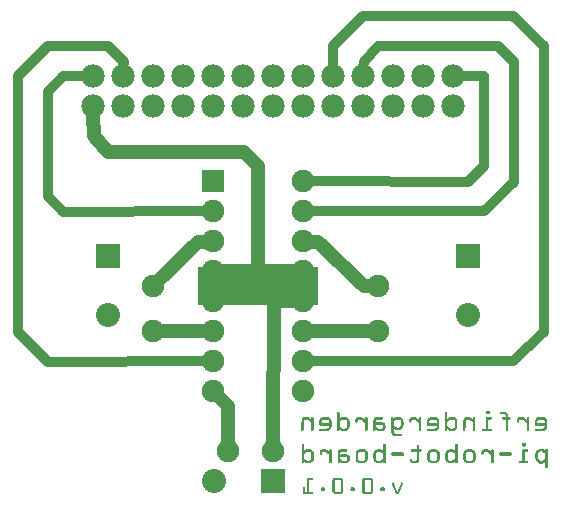
<source format=gbl>
G04 MADE WITH FRITZING*
G04 WWW.FRITZING.ORG*
G04 DOUBLE SIDED*
G04 HOLES PLATED*
G04 CONTOUR ON CENTER OF CONTOUR VECTOR*
%ASAXBY*%
%FSLAX23Y23*%
%MOIN*%
%OFA0B0*%
%SFA1.0B1.0*%
%ADD10C,0.075000*%
%ADD11C,0.078000*%
%ADD12C,0.075433*%
%ADD13C,0.080000*%
%ADD14R,0.075000X0.075000*%
%ADD15R,0.400000X0.129630*%
%ADD16R,0.080000X0.080000*%
%ADD17C,0.024000*%
%ADD18C,0.032000*%
%ADD19C,0.048000*%
%ADD20R,0.001000X0.001000*%
%LNCOPPER0*%
G90*
G70*
G54D10*
X717Y1220D03*
X1017Y1220D03*
X717Y1120D03*
X1017Y1120D03*
X717Y1020D03*
X1017Y1020D03*
X717Y920D03*
X1017Y920D03*
X717Y820D03*
X1017Y820D03*
X717Y720D03*
X1017Y720D03*
X717Y620D03*
X1017Y620D03*
X717Y520D03*
X1017Y520D03*
G54D11*
X317Y1470D03*
X417Y1470D03*
X517Y1470D03*
X617Y1470D03*
X717Y1470D03*
X817Y1470D03*
X917Y1470D03*
X1017Y1470D03*
X1117Y1470D03*
X1217Y1470D03*
X1317Y1470D03*
X1417Y1470D03*
X1517Y1470D03*
X317Y1470D03*
X417Y1470D03*
X517Y1470D03*
X617Y1470D03*
X717Y1470D03*
X817Y1470D03*
X917Y1470D03*
X1017Y1470D03*
X1117Y1470D03*
X1217Y1470D03*
X1317Y1470D03*
X1417Y1470D03*
X1517Y1470D03*
X1517Y1570D03*
X1417Y1570D03*
X1317Y1570D03*
X1217Y1570D03*
X1117Y1570D03*
X1017Y1570D03*
X917Y1570D03*
X817Y1570D03*
X717Y1570D03*
X617Y1570D03*
X517Y1570D03*
X417Y1570D03*
X317Y1570D03*
G54D12*
X1267Y870D03*
X1267Y720D03*
X517Y870D03*
X517Y720D03*
X767Y320D03*
X917Y320D03*
G54D13*
X1567Y970D03*
X1567Y774D03*
X1567Y970D03*
X1567Y774D03*
X367Y970D03*
X367Y774D03*
X367Y970D03*
X367Y774D03*
X917Y220D03*
X720Y220D03*
X917Y220D03*
X720Y220D03*
G54D14*
X717Y1220D03*
G54D15*
X867Y870D03*
G54D16*
X1567Y970D03*
X1567Y970D03*
X367Y970D03*
X367Y970D03*
X917Y220D03*
X917Y220D03*
G54D17*
X717Y849D02*
X717Y892D01*
G54D18*
D02*
X215Y1570D02*
X287Y1570D01*
D02*
X167Y1519D02*
X215Y1570D01*
D02*
X167Y1170D02*
X167Y1519D01*
D02*
X215Y1119D02*
X167Y1170D01*
D02*
X688Y1120D02*
X215Y1119D01*
G54D19*
D02*
X1219Y870D02*
X1067Y1019D01*
D02*
X1067Y1019D02*
X1045Y1019D01*
D02*
X1238Y870D02*
X1219Y870D01*
D02*
X667Y1019D02*
X688Y1019D01*
D02*
X537Y891D02*
X667Y1019D01*
D02*
X545Y720D02*
X688Y720D01*
D02*
X767Y470D02*
X767Y349D01*
D02*
X737Y500D02*
X767Y470D01*
G54D17*
D02*
X988Y820D02*
X745Y820D01*
G54D19*
D02*
X988Y821D02*
X919Y822D01*
D02*
X919Y822D02*
X917Y349D01*
G54D18*
D02*
X1719Y1619D02*
X1667Y1670D01*
D02*
X1667Y1670D02*
X1267Y1670D01*
D02*
X1719Y1219D02*
X1719Y1619D01*
D02*
X1267Y1670D02*
X1219Y1619D01*
D02*
X1619Y1122D02*
X1719Y1219D01*
D02*
X1219Y1619D02*
X1218Y1600D01*
D02*
X1051Y1120D02*
X1619Y1122D01*
G54D19*
D02*
X1238Y720D02*
X1045Y720D01*
D02*
X317Y1440D02*
X319Y1370D01*
D02*
X319Y1370D02*
X367Y1319D01*
D02*
X367Y1319D02*
X819Y1319D01*
D02*
X819Y1319D02*
X867Y1270D01*
D02*
X867Y1270D02*
X867Y920D01*
D02*
X867Y920D02*
X745Y920D01*
D02*
X745Y920D02*
X988Y920D01*
G54D17*
D02*
X1017Y892D02*
X1017Y849D01*
G54D18*
D02*
X1715Y622D02*
X1819Y719D01*
D02*
X1819Y719D02*
X1819Y1670D01*
D02*
X1051Y620D02*
X1715Y622D01*
D02*
X1819Y1670D02*
X1715Y1770D01*
D02*
X1715Y1770D02*
X1215Y1770D01*
D02*
X1215Y1770D02*
X1115Y1670D01*
D02*
X1115Y1670D02*
X1116Y1600D01*
D02*
X167Y619D02*
X67Y719D01*
D02*
X67Y719D02*
X67Y1570D01*
D02*
X688Y620D02*
X167Y619D01*
D02*
X67Y1570D02*
X167Y1670D01*
D02*
X167Y1670D02*
X367Y1670D01*
D02*
X367Y1670D02*
X419Y1619D01*
D02*
X419Y1619D02*
X418Y1600D01*
D02*
X1619Y1570D02*
X1619Y1270D01*
D02*
X1619Y1270D02*
X1567Y1219D01*
D02*
X1552Y1570D02*
X1619Y1570D01*
D02*
X1567Y1219D02*
X1051Y1220D01*
G54D20*
X1630Y456D02*
X1635Y456D01*
X1628Y455D02*
X1637Y455D01*
X1627Y454D02*
X1637Y454D01*
X1627Y453D02*
X1638Y453D01*
X1132Y452D02*
X1136Y452D01*
X1492Y452D02*
X1495Y452D01*
X1626Y452D02*
X1638Y452D01*
X1674Y452D02*
X1690Y452D01*
X1131Y451D02*
X1137Y451D01*
X1491Y451D02*
X1496Y451D01*
X1626Y451D02*
X1638Y451D01*
X1673Y451D02*
X1692Y451D01*
X1131Y450D02*
X1137Y450D01*
X1490Y450D02*
X1497Y450D01*
X1626Y450D02*
X1638Y450D01*
X1672Y450D02*
X1694Y450D01*
X1131Y449D02*
X1138Y449D01*
X1490Y449D02*
X1497Y449D01*
X1626Y449D02*
X1638Y449D01*
X1672Y449D02*
X1695Y449D01*
X1130Y448D02*
X1138Y448D01*
X1490Y448D02*
X1497Y448D01*
X1626Y448D02*
X1638Y448D01*
X1672Y448D02*
X1696Y448D01*
X1130Y447D02*
X1138Y447D01*
X1490Y447D02*
X1497Y447D01*
X1627Y447D02*
X1638Y447D01*
X1672Y447D02*
X1697Y447D01*
X1130Y446D02*
X1138Y446D01*
X1490Y446D02*
X1497Y446D01*
X1627Y446D02*
X1637Y446D01*
X1673Y446D02*
X1697Y446D01*
X1130Y445D02*
X1138Y445D01*
X1490Y445D02*
X1497Y445D01*
X1628Y445D02*
X1636Y445D01*
X1674Y445D02*
X1698Y445D01*
X1130Y444D02*
X1138Y444D01*
X1490Y444D02*
X1497Y444D01*
X1688Y444D02*
X1699Y444D01*
X1130Y443D02*
X1138Y443D01*
X1490Y443D02*
X1497Y443D01*
X1690Y443D02*
X1699Y443D01*
X1130Y442D02*
X1138Y442D01*
X1490Y442D02*
X1497Y442D01*
X1691Y442D02*
X1699Y442D01*
X1130Y441D02*
X1138Y441D01*
X1490Y441D02*
X1497Y441D01*
X1692Y441D02*
X1700Y441D01*
X1130Y440D02*
X1138Y440D01*
X1490Y440D02*
X1497Y440D01*
X1692Y440D02*
X1700Y440D01*
X1130Y439D02*
X1138Y439D01*
X1490Y439D02*
X1497Y439D01*
X1692Y439D02*
X1700Y439D01*
X1130Y438D02*
X1138Y438D01*
X1490Y438D02*
X1497Y438D01*
X1692Y438D02*
X1700Y438D01*
X1130Y437D02*
X1138Y437D01*
X1490Y437D02*
X1497Y437D01*
X1692Y437D02*
X1700Y437D01*
X1130Y436D02*
X1138Y436D01*
X1490Y436D02*
X1497Y436D01*
X1692Y436D02*
X1700Y436D01*
X1023Y435D02*
X1029Y435D01*
X1047Y435D02*
X1047Y435D01*
X1084Y435D02*
X1097Y435D01*
X1130Y435D02*
X1138Y435D01*
X1149Y435D02*
X1157Y435D01*
X1201Y435D02*
X1211Y435D01*
X1227Y435D02*
X1227Y435D01*
X1262Y435D02*
X1279Y435D01*
X1314Y435D02*
X1314Y435D01*
X1329Y435D02*
X1337Y435D01*
X1381Y435D02*
X1391Y435D01*
X1407Y435D02*
X1407Y435D01*
X1444Y435D02*
X1456Y435D01*
X1490Y435D02*
X1497Y435D01*
X1508Y435D02*
X1516Y435D01*
X1562Y435D02*
X1569Y435D01*
X1586Y435D02*
X1587Y435D01*
X1630Y435D02*
X1643Y435D01*
X1684Y435D02*
X1705Y435D01*
X1741Y435D02*
X1750Y435D01*
X1766Y435D02*
X1766Y435D01*
X1803Y435D02*
X1816Y435D01*
X1019Y434D02*
X1033Y434D01*
X1045Y434D02*
X1049Y434D01*
X1081Y434D02*
X1101Y434D01*
X1130Y434D02*
X1138Y434D01*
X1145Y434D02*
X1160Y434D01*
X1198Y434D02*
X1213Y434D01*
X1225Y434D02*
X1229Y434D01*
X1259Y434D02*
X1281Y434D01*
X1312Y434D02*
X1316Y434D01*
X1325Y434D02*
X1340Y434D01*
X1377Y434D02*
X1393Y434D01*
X1405Y434D02*
X1409Y434D01*
X1440Y434D02*
X1460Y434D01*
X1490Y434D02*
X1497Y434D01*
X1505Y434D02*
X1520Y434D01*
X1558Y434D02*
X1572Y434D01*
X1584Y434D02*
X1589Y434D01*
X1628Y434D02*
X1645Y434D01*
X1682Y434D02*
X1707Y434D01*
X1737Y434D02*
X1752Y434D01*
X1764Y434D02*
X1769Y434D01*
X1800Y434D02*
X1820Y434D01*
X1017Y433D02*
X1035Y433D01*
X1044Y433D02*
X1050Y433D01*
X1079Y433D02*
X1102Y433D01*
X1130Y433D02*
X1138Y433D01*
X1143Y433D02*
X1162Y433D01*
X1196Y433D02*
X1214Y433D01*
X1224Y433D02*
X1230Y433D01*
X1257Y433D02*
X1282Y433D01*
X1311Y433D02*
X1317Y433D01*
X1323Y433D02*
X1342Y433D01*
X1376Y433D02*
X1394Y433D01*
X1404Y433D02*
X1410Y433D01*
X1439Y433D02*
X1462Y433D01*
X1490Y433D02*
X1497Y433D01*
X1503Y433D02*
X1522Y433D01*
X1556Y433D02*
X1574Y433D01*
X1583Y433D02*
X1590Y433D01*
X1627Y433D02*
X1645Y433D01*
X1681Y433D02*
X1707Y433D01*
X1735Y433D02*
X1753Y433D01*
X1763Y433D02*
X1769Y433D01*
X1798Y433D02*
X1821Y433D01*
X1016Y432D02*
X1036Y432D01*
X1044Y432D02*
X1051Y432D01*
X1078Y432D02*
X1104Y432D01*
X1130Y432D02*
X1138Y432D01*
X1142Y432D02*
X1164Y432D01*
X1195Y432D02*
X1215Y432D01*
X1223Y432D02*
X1230Y432D01*
X1256Y432D02*
X1282Y432D01*
X1310Y432D02*
X1317Y432D01*
X1322Y432D02*
X1343Y432D01*
X1374Y432D02*
X1395Y432D01*
X1403Y432D02*
X1410Y432D01*
X1437Y432D02*
X1463Y432D01*
X1490Y432D02*
X1497Y432D01*
X1501Y432D02*
X1523Y432D01*
X1555Y432D02*
X1576Y432D01*
X1583Y432D02*
X1590Y432D01*
X1627Y432D02*
X1646Y432D01*
X1680Y432D02*
X1708Y432D01*
X1734Y432D02*
X1755Y432D01*
X1763Y432D02*
X1770Y432D01*
X1797Y432D02*
X1823Y432D01*
X1015Y431D02*
X1038Y431D01*
X1044Y431D02*
X1051Y431D01*
X1077Y431D02*
X1105Y431D01*
X1130Y431D02*
X1138Y431D01*
X1141Y431D02*
X1165Y431D01*
X1194Y431D02*
X1216Y431D01*
X1223Y431D02*
X1231Y431D01*
X1255Y431D02*
X1282Y431D01*
X1310Y431D02*
X1318Y431D01*
X1320Y431D02*
X1344Y431D01*
X1373Y431D02*
X1396Y431D01*
X1403Y431D02*
X1410Y431D01*
X1436Y431D02*
X1464Y431D01*
X1490Y431D02*
X1497Y431D01*
X1500Y431D02*
X1524Y431D01*
X1554Y431D02*
X1577Y431D01*
X1583Y431D02*
X1590Y431D01*
X1626Y431D02*
X1646Y431D01*
X1680Y431D02*
X1708Y431D01*
X1733Y431D02*
X1756Y431D01*
X1763Y431D02*
X1770Y431D01*
X1796Y431D02*
X1824Y431D01*
X1014Y430D02*
X1039Y430D01*
X1043Y430D02*
X1051Y430D01*
X1075Y430D02*
X1106Y430D01*
X1130Y430D02*
X1166Y430D01*
X1193Y430D02*
X1218Y430D01*
X1223Y430D02*
X1231Y430D01*
X1254Y430D02*
X1282Y430D01*
X1310Y430D02*
X1346Y430D01*
X1373Y430D02*
X1397Y430D01*
X1403Y430D02*
X1410Y430D01*
X1435Y430D02*
X1465Y430D01*
X1490Y430D02*
X1497Y430D01*
X1499Y430D02*
X1525Y430D01*
X1553Y430D02*
X1579Y430D01*
X1583Y430D02*
X1590Y430D01*
X1626Y430D02*
X1646Y430D01*
X1680Y430D02*
X1708Y430D01*
X1732Y430D02*
X1757Y430D01*
X1763Y430D02*
X1770Y430D01*
X1794Y430D02*
X1825Y430D01*
X1013Y429D02*
X1041Y429D01*
X1043Y429D02*
X1051Y429D01*
X1074Y429D02*
X1107Y429D01*
X1130Y429D02*
X1167Y429D01*
X1192Y429D02*
X1219Y429D01*
X1223Y429D02*
X1231Y429D01*
X1253Y429D02*
X1282Y429D01*
X1310Y429D02*
X1347Y429D01*
X1372Y429D02*
X1399Y429D01*
X1403Y429D02*
X1410Y429D01*
X1434Y429D02*
X1467Y429D01*
X1490Y429D02*
X1526Y429D01*
X1553Y429D02*
X1580Y429D01*
X1583Y429D02*
X1590Y429D01*
X1626Y429D02*
X1646Y429D01*
X1681Y429D02*
X1708Y429D01*
X1731Y429D02*
X1758Y429D01*
X1763Y429D02*
X1770Y429D01*
X1793Y429D02*
X1826Y429D01*
X1013Y428D02*
X1051Y428D01*
X1073Y428D02*
X1108Y428D01*
X1130Y428D02*
X1168Y428D01*
X1192Y428D02*
X1220Y428D01*
X1223Y428D02*
X1231Y428D01*
X1253Y428D02*
X1281Y428D01*
X1310Y428D02*
X1348Y428D01*
X1371Y428D02*
X1400Y428D01*
X1403Y428D02*
X1410Y428D01*
X1433Y428D02*
X1467Y428D01*
X1490Y428D02*
X1527Y428D01*
X1552Y428D02*
X1590Y428D01*
X1626Y428D02*
X1645Y428D01*
X1681Y428D02*
X1707Y428D01*
X1731Y428D02*
X1759Y428D01*
X1763Y428D02*
X1770Y428D01*
X1793Y428D02*
X1827Y428D01*
X1012Y427D02*
X1051Y427D01*
X1073Y427D02*
X1109Y427D01*
X1130Y427D02*
X1169Y427D01*
X1191Y427D02*
X1221Y427D01*
X1223Y427D02*
X1231Y427D01*
X1252Y427D02*
X1279Y427D01*
X1310Y427D02*
X1348Y427D01*
X1371Y427D02*
X1401Y427D01*
X1403Y427D02*
X1410Y427D01*
X1432Y427D02*
X1468Y427D01*
X1490Y427D02*
X1528Y427D01*
X1552Y427D02*
X1590Y427D01*
X1626Y427D02*
X1643Y427D01*
X1683Y427D02*
X1705Y427D01*
X1731Y427D02*
X1760Y427D01*
X1763Y427D02*
X1770Y427D01*
X1792Y427D02*
X1828Y427D01*
X1012Y426D02*
X1021Y426D01*
X1031Y426D02*
X1051Y426D01*
X1072Y426D02*
X1083Y426D01*
X1099Y426D02*
X1109Y426D01*
X1130Y426D02*
X1147Y426D01*
X1159Y426D02*
X1169Y426D01*
X1191Y426D02*
X1200Y426D01*
X1210Y426D02*
X1231Y426D01*
X1252Y426D02*
X1260Y426D01*
X1310Y426D02*
X1327Y426D01*
X1338Y426D02*
X1349Y426D01*
X1371Y426D02*
X1379Y426D01*
X1390Y426D02*
X1410Y426D01*
X1432Y426D02*
X1442Y426D01*
X1458Y426D02*
X1469Y426D01*
X1490Y426D02*
X1506Y426D01*
X1518Y426D02*
X1529Y426D01*
X1551Y426D02*
X1560Y426D01*
X1571Y426D02*
X1590Y426D01*
X1626Y426D02*
X1634Y426D01*
X1692Y426D02*
X1700Y426D01*
X1730Y426D02*
X1739Y426D01*
X1750Y426D02*
X1770Y426D01*
X1791Y426D02*
X1802Y426D01*
X1818Y426D02*
X1828Y426D01*
X1012Y425D02*
X1020Y425D01*
X1033Y425D02*
X1051Y425D01*
X1072Y425D02*
X1081Y425D01*
X1100Y425D02*
X1110Y425D01*
X1130Y425D02*
X1146Y425D01*
X1160Y425D02*
X1170Y425D01*
X1191Y425D02*
X1199Y425D01*
X1212Y425D02*
X1231Y425D01*
X1252Y425D02*
X1260Y425D01*
X1310Y425D02*
X1325Y425D01*
X1340Y425D02*
X1350Y425D01*
X1370Y425D02*
X1378Y425D01*
X1391Y425D02*
X1410Y425D01*
X1431Y425D02*
X1441Y425D01*
X1460Y425D02*
X1469Y425D01*
X1490Y425D02*
X1505Y425D01*
X1520Y425D02*
X1529Y425D01*
X1551Y425D02*
X1559Y425D01*
X1572Y425D02*
X1590Y425D01*
X1626Y425D02*
X1634Y425D01*
X1692Y425D02*
X1700Y425D01*
X1730Y425D02*
X1738Y425D01*
X1751Y425D02*
X1770Y425D01*
X1791Y425D02*
X1800Y425D01*
X1819Y425D02*
X1829Y425D01*
X1012Y424D02*
X1019Y424D01*
X1034Y424D02*
X1051Y424D01*
X1071Y424D02*
X1080Y424D01*
X1101Y424D02*
X1110Y424D01*
X1130Y424D02*
X1144Y424D01*
X1161Y424D02*
X1170Y424D01*
X1190Y424D02*
X1198Y424D01*
X1213Y424D02*
X1231Y424D01*
X1251Y424D02*
X1259Y424D01*
X1310Y424D02*
X1324Y424D01*
X1341Y424D02*
X1350Y424D01*
X1370Y424D02*
X1378Y424D01*
X1393Y424D02*
X1410Y424D01*
X1431Y424D02*
X1440Y424D01*
X1461Y424D02*
X1470Y424D01*
X1490Y424D02*
X1504Y424D01*
X1521Y424D02*
X1530Y424D01*
X1551Y424D02*
X1559Y424D01*
X1574Y424D02*
X1590Y424D01*
X1626Y424D02*
X1634Y424D01*
X1692Y424D02*
X1700Y424D01*
X1730Y424D02*
X1737Y424D01*
X1752Y424D02*
X1770Y424D01*
X1790Y424D02*
X1799Y424D01*
X1820Y424D02*
X1829Y424D01*
X1012Y423D02*
X1019Y423D01*
X1036Y423D02*
X1051Y423D01*
X1071Y423D02*
X1079Y423D01*
X1102Y423D02*
X1110Y423D01*
X1130Y423D02*
X1143Y423D01*
X1162Y423D02*
X1170Y423D01*
X1190Y423D02*
X1198Y423D01*
X1214Y423D02*
X1231Y423D01*
X1251Y423D02*
X1259Y423D01*
X1310Y423D02*
X1323Y423D01*
X1342Y423D02*
X1350Y423D01*
X1370Y423D02*
X1378Y423D01*
X1394Y423D02*
X1410Y423D01*
X1430Y423D02*
X1439Y423D01*
X1462Y423D02*
X1470Y423D01*
X1490Y423D02*
X1503Y423D01*
X1522Y423D02*
X1530Y423D01*
X1551Y423D02*
X1558Y423D01*
X1575Y423D02*
X1590Y423D01*
X1626Y423D02*
X1634Y423D01*
X1692Y423D02*
X1700Y423D01*
X1730Y423D02*
X1737Y423D01*
X1753Y423D02*
X1770Y423D01*
X1790Y423D02*
X1798Y423D01*
X1821Y423D02*
X1830Y423D01*
X1012Y422D02*
X1019Y422D01*
X1037Y422D02*
X1051Y422D01*
X1071Y422D02*
X1078Y422D01*
X1103Y422D02*
X1111Y422D01*
X1130Y422D02*
X1142Y422D01*
X1163Y422D02*
X1171Y422D01*
X1190Y422D02*
X1198Y422D01*
X1215Y422D02*
X1231Y422D01*
X1251Y422D02*
X1259Y422D01*
X1310Y422D02*
X1322Y422D01*
X1343Y422D02*
X1350Y422D01*
X1370Y422D02*
X1378Y422D01*
X1395Y422D02*
X1410Y422D01*
X1430Y422D02*
X1438Y422D01*
X1462Y422D02*
X1470Y422D01*
X1490Y422D02*
X1502Y422D01*
X1522Y422D02*
X1530Y422D01*
X1551Y422D02*
X1558Y422D01*
X1577Y422D02*
X1590Y422D01*
X1626Y422D02*
X1634Y422D01*
X1692Y422D02*
X1700Y422D01*
X1730Y422D02*
X1737Y422D01*
X1754Y422D02*
X1770Y422D01*
X1790Y422D02*
X1798Y422D01*
X1822Y422D02*
X1830Y422D01*
X1012Y421D02*
X1019Y421D01*
X1039Y421D02*
X1051Y421D01*
X1071Y421D02*
X1078Y421D01*
X1103Y421D02*
X1111Y421D01*
X1130Y421D02*
X1141Y421D01*
X1163Y421D02*
X1171Y421D01*
X1190Y421D02*
X1198Y421D01*
X1216Y421D02*
X1231Y421D01*
X1251Y421D02*
X1259Y421D01*
X1310Y421D02*
X1321Y421D01*
X1343Y421D02*
X1350Y421D01*
X1370Y421D02*
X1378Y421D01*
X1396Y421D02*
X1410Y421D01*
X1430Y421D02*
X1438Y421D01*
X1463Y421D02*
X1470Y421D01*
X1490Y421D02*
X1500Y421D01*
X1523Y421D02*
X1530Y421D01*
X1551Y421D02*
X1558Y421D01*
X1578Y421D02*
X1590Y421D01*
X1626Y421D02*
X1634Y421D01*
X1692Y421D02*
X1700Y421D01*
X1730Y421D02*
X1737Y421D01*
X1756Y421D02*
X1770Y421D01*
X1790Y421D02*
X1797Y421D01*
X1822Y421D02*
X1830Y421D01*
X1012Y420D02*
X1019Y420D01*
X1040Y420D02*
X1051Y420D01*
X1071Y420D02*
X1078Y420D01*
X1103Y420D02*
X1111Y420D01*
X1130Y420D02*
X1140Y420D01*
X1163Y420D02*
X1171Y420D01*
X1190Y420D02*
X1198Y420D01*
X1217Y420D02*
X1231Y420D01*
X1251Y420D02*
X1259Y420D01*
X1310Y420D02*
X1320Y420D01*
X1343Y420D02*
X1350Y420D01*
X1370Y420D02*
X1377Y420D01*
X1397Y420D02*
X1410Y420D01*
X1430Y420D02*
X1437Y420D01*
X1463Y420D02*
X1470Y420D01*
X1490Y420D02*
X1499Y420D01*
X1523Y420D02*
X1530Y420D01*
X1551Y420D02*
X1558Y420D01*
X1580Y420D02*
X1590Y420D01*
X1626Y420D02*
X1634Y420D01*
X1692Y420D02*
X1700Y420D01*
X1730Y420D02*
X1737Y420D01*
X1757Y420D02*
X1770Y420D01*
X1790Y420D02*
X1797Y420D01*
X1823Y420D02*
X1830Y420D01*
X1012Y419D02*
X1019Y419D01*
X1042Y419D02*
X1051Y419D01*
X1071Y419D02*
X1078Y419D01*
X1103Y419D02*
X1111Y419D01*
X1130Y419D02*
X1139Y419D01*
X1163Y419D02*
X1171Y419D01*
X1191Y419D02*
X1197Y419D01*
X1219Y419D02*
X1231Y419D01*
X1251Y419D02*
X1259Y419D01*
X1310Y419D02*
X1319Y419D01*
X1343Y419D02*
X1351Y419D01*
X1370Y419D02*
X1377Y419D01*
X1398Y419D02*
X1410Y419D01*
X1430Y419D02*
X1437Y419D01*
X1463Y419D02*
X1470Y419D01*
X1490Y419D02*
X1498Y419D01*
X1523Y419D02*
X1530Y419D01*
X1551Y419D02*
X1558Y419D01*
X1581Y419D02*
X1590Y419D01*
X1626Y419D02*
X1634Y419D01*
X1692Y419D02*
X1700Y419D01*
X1730Y419D02*
X1737Y419D01*
X1758Y419D02*
X1770Y419D01*
X1790Y419D02*
X1797Y419D01*
X1823Y419D02*
X1830Y419D01*
X1012Y418D02*
X1019Y418D01*
X1043Y418D02*
X1051Y418D01*
X1071Y418D02*
X1078Y418D01*
X1103Y418D02*
X1111Y418D01*
X1130Y418D02*
X1138Y418D01*
X1163Y418D02*
X1171Y418D01*
X1191Y418D02*
X1197Y418D01*
X1220Y418D02*
X1231Y418D01*
X1251Y418D02*
X1259Y418D01*
X1310Y418D02*
X1318Y418D01*
X1343Y418D02*
X1351Y418D01*
X1371Y418D02*
X1377Y418D01*
X1399Y418D02*
X1410Y418D01*
X1430Y418D02*
X1437Y418D01*
X1463Y418D02*
X1470Y418D01*
X1490Y418D02*
X1498Y418D01*
X1523Y418D02*
X1530Y418D01*
X1551Y418D02*
X1558Y418D01*
X1583Y418D02*
X1590Y418D01*
X1626Y418D02*
X1634Y418D01*
X1692Y418D02*
X1700Y418D01*
X1731Y418D02*
X1736Y418D01*
X1759Y418D02*
X1770Y418D01*
X1790Y418D02*
X1797Y418D01*
X1823Y418D02*
X1830Y418D01*
X1011Y417D02*
X1019Y417D01*
X1043Y417D02*
X1051Y417D01*
X1071Y417D02*
X1078Y417D01*
X1103Y417D02*
X1111Y417D01*
X1130Y417D02*
X1138Y417D01*
X1163Y417D02*
X1171Y417D01*
X1192Y417D02*
X1196Y417D01*
X1221Y417D02*
X1231Y417D01*
X1251Y417D02*
X1282Y417D01*
X1310Y417D02*
X1318Y417D01*
X1343Y417D02*
X1351Y417D01*
X1372Y417D02*
X1376Y417D01*
X1401Y417D02*
X1410Y417D01*
X1430Y417D02*
X1437Y417D01*
X1463Y417D02*
X1470Y417D01*
X1490Y417D02*
X1497Y417D01*
X1523Y417D02*
X1530Y417D01*
X1551Y417D02*
X1558Y417D01*
X1583Y417D02*
X1590Y417D01*
X1626Y417D02*
X1634Y417D01*
X1692Y417D02*
X1700Y417D01*
X1732Y417D02*
X1735Y417D01*
X1760Y417D02*
X1770Y417D01*
X1790Y417D02*
X1797Y417D01*
X1823Y417D02*
X1830Y417D01*
X1011Y416D02*
X1019Y416D01*
X1043Y416D02*
X1051Y416D01*
X1071Y416D02*
X1078Y416D01*
X1103Y416D02*
X1111Y416D01*
X1130Y416D02*
X1138Y416D01*
X1163Y416D02*
X1171Y416D01*
X1222Y416D02*
X1231Y416D01*
X1251Y416D02*
X1284Y416D01*
X1310Y416D02*
X1318Y416D01*
X1343Y416D02*
X1351Y416D01*
X1402Y416D02*
X1410Y416D01*
X1430Y416D02*
X1437Y416D01*
X1463Y416D02*
X1470Y416D01*
X1490Y416D02*
X1497Y416D01*
X1523Y416D02*
X1530Y416D01*
X1551Y416D02*
X1558Y416D01*
X1583Y416D02*
X1590Y416D01*
X1626Y416D02*
X1634Y416D01*
X1692Y416D02*
X1700Y416D01*
X1761Y416D02*
X1770Y416D01*
X1790Y416D02*
X1797Y416D01*
X1823Y416D02*
X1830Y416D01*
X1011Y415D02*
X1019Y415D01*
X1043Y415D02*
X1051Y415D01*
X1071Y415D02*
X1078Y415D01*
X1103Y415D02*
X1111Y415D01*
X1130Y415D02*
X1138Y415D01*
X1163Y415D02*
X1171Y415D01*
X1223Y415D02*
X1231Y415D01*
X1251Y415D02*
X1286Y415D01*
X1310Y415D02*
X1318Y415D01*
X1343Y415D02*
X1351Y415D01*
X1403Y415D02*
X1410Y415D01*
X1430Y415D02*
X1437Y415D01*
X1463Y415D02*
X1470Y415D01*
X1490Y415D02*
X1497Y415D01*
X1523Y415D02*
X1530Y415D01*
X1551Y415D02*
X1558Y415D01*
X1583Y415D02*
X1590Y415D01*
X1626Y415D02*
X1634Y415D01*
X1692Y415D02*
X1700Y415D01*
X1762Y415D02*
X1770Y415D01*
X1790Y415D02*
X1797Y415D01*
X1823Y415D02*
X1830Y415D01*
X1011Y414D02*
X1019Y414D01*
X1043Y414D02*
X1051Y414D01*
X1071Y414D02*
X1111Y414D01*
X1130Y414D02*
X1138Y414D01*
X1163Y414D02*
X1171Y414D01*
X1223Y414D02*
X1231Y414D01*
X1251Y414D02*
X1287Y414D01*
X1310Y414D02*
X1318Y414D01*
X1343Y414D02*
X1351Y414D01*
X1403Y414D02*
X1410Y414D01*
X1430Y414D02*
X1470Y414D01*
X1490Y414D02*
X1497Y414D01*
X1523Y414D02*
X1530Y414D01*
X1551Y414D02*
X1558Y414D01*
X1583Y414D02*
X1590Y414D01*
X1626Y414D02*
X1634Y414D01*
X1692Y414D02*
X1700Y414D01*
X1763Y414D02*
X1770Y414D01*
X1790Y414D02*
X1830Y414D01*
X1011Y413D02*
X1019Y413D01*
X1043Y413D02*
X1051Y413D01*
X1071Y413D02*
X1111Y413D01*
X1130Y413D02*
X1138Y413D01*
X1163Y413D02*
X1171Y413D01*
X1223Y413D02*
X1231Y413D01*
X1251Y413D02*
X1288Y413D01*
X1310Y413D02*
X1318Y413D01*
X1343Y413D02*
X1351Y413D01*
X1403Y413D02*
X1410Y413D01*
X1430Y413D02*
X1470Y413D01*
X1490Y413D02*
X1497Y413D01*
X1523Y413D02*
X1530Y413D01*
X1551Y413D02*
X1558Y413D01*
X1583Y413D02*
X1590Y413D01*
X1626Y413D02*
X1634Y413D01*
X1692Y413D02*
X1700Y413D01*
X1763Y413D02*
X1770Y413D01*
X1790Y413D02*
X1830Y413D01*
X1011Y412D02*
X1019Y412D01*
X1043Y412D02*
X1051Y412D01*
X1071Y412D02*
X1111Y412D01*
X1130Y412D02*
X1138Y412D01*
X1163Y412D02*
X1171Y412D01*
X1223Y412D02*
X1231Y412D01*
X1251Y412D02*
X1288Y412D01*
X1310Y412D02*
X1318Y412D01*
X1343Y412D02*
X1351Y412D01*
X1403Y412D02*
X1410Y412D01*
X1430Y412D02*
X1470Y412D01*
X1490Y412D02*
X1497Y412D01*
X1523Y412D02*
X1530Y412D01*
X1551Y412D02*
X1558Y412D01*
X1583Y412D02*
X1590Y412D01*
X1626Y412D02*
X1634Y412D01*
X1692Y412D02*
X1700Y412D01*
X1763Y412D02*
X1770Y412D01*
X1790Y412D02*
X1830Y412D01*
X1011Y411D02*
X1019Y411D01*
X1043Y411D02*
X1051Y411D01*
X1071Y411D02*
X1111Y411D01*
X1130Y411D02*
X1138Y411D01*
X1163Y411D02*
X1171Y411D01*
X1223Y411D02*
X1231Y411D01*
X1251Y411D02*
X1289Y411D01*
X1310Y411D02*
X1318Y411D01*
X1343Y411D02*
X1351Y411D01*
X1403Y411D02*
X1410Y411D01*
X1430Y411D02*
X1470Y411D01*
X1490Y411D02*
X1497Y411D01*
X1523Y411D02*
X1530Y411D01*
X1551Y411D02*
X1558Y411D01*
X1583Y411D02*
X1590Y411D01*
X1626Y411D02*
X1634Y411D01*
X1692Y411D02*
X1700Y411D01*
X1763Y411D02*
X1770Y411D01*
X1790Y411D02*
X1830Y411D01*
X1011Y410D02*
X1019Y410D01*
X1043Y410D02*
X1051Y410D01*
X1071Y410D02*
X1111Y410D01*
X1130Y410D02*
X1138Y410D01*
X1163Y410D02*
X1171Y410D01*
X1223Y410D02*
X1231Y410D01*
X1251Y410D02*
X1290Y410D01*
X1310Y410D02*
X1318Y410D01*
X1343Y410D02*
X1351Y410D01*
X1403Y410D02*
X1410Y410D01*
X1430Y410D02*
X1470Y410D01*
X1490Y410D02*
X1497Y410D01*
X1523Y410D02*
X1530Y410D01*
X1551Y410D02*
X1558Y410D01*
X1583Y410D02*
X1590Y410D01*
X1626Y410D02*
X1634Y410D01*
X1692Y410D02*
X1700Y410D01*
X1763Y410D02*
X1770Y410D01*
X1790Y410D02*
X1830Y410D01*
X1011Y409D02*
X1019Y409D01*
X1043Y409D02*
X1051Y409D01*
X1071Y409D02*
X1111Y409D01*
X1130Y409D02*
X1138Y409D01*
X1163Y409D02*
X1171Y409D01*
X1223Y409D02*
X1231Y409D01*
X1251Y409D02*
X1261Y409D01*
X1280Y409D02*
X1290Y409D01*
X1310Y409D02*
X1318Y409D01*
X1343Y409D02*
X1351Y409D01*
X1403Y409D02*
X1410Y409D01*
X1430Y409D02*
X1470Y409D01*
X1490Y409D02*
X1497Y409D01*
X1523Y409D02*
X1530Y409D01*
X1551Y409D02*
X1558Y409D01*
X1583Y409D02*
X1590Y409D01*
X1626Y409D02*
X1634Y409D01*
X1692Y409D02*
X1700Y409D01*
X1763Y409D02*
X1770Y409D01*
X1790Y409D02*
X1830Y409D01*
X1011Y408D02*
X1019Y408D01*
X1043Y408D02*
X1051Y408D01*
X1071Y408D02*
X1111Y408D01*
X1130Y408D02*
X1138Y408D01*
X1163Y408D02*
X1171Y408D01*
X1223Y408D02*
X1231Y408D01*
X1251Y408D02*
X1260Y408D01*
X1282Y408D02*
X1290Y408D01*
X1310Y408D02*
X1318Y408D01*
X1343Y408D02*
X1351Y408D01*
X1403Y408D02*
X1410Y408D01*
X1431Y408D02*
X1470Y408D01*
X1490Y408D02*
X1497Y408D01*
X1523Y408D02*
X1530Y408D01*
X1551Y408D02*
X1558Y408D01*
X1583Y408D02*
X1590Y408D01*
X1626Y408D02*
X1634Y408D01*
X1692Y408D02*
X1700Y408D01*
X1763Y408D02*
X1770Y408D01*
X1790Y408D02*
X1830Y408D01*
X1011Y407D02*
X1018Y407D01*
X1043Y407D02*
X1051Y407D01*
X1072Y407D02*
X1111Y407D01*
X1130Y407D02*
X1138Y407D01*
X1163Y407D02*
X1171Y407D01*
X1223Y407D02*
X1231Y407D01*
X1251Y407D02*
X1259Y407D01*
X1283Y407D02*
X1290Y407D01*
X1310Y407D02*
X1319Y407D01*
X1343Y407D02*
X1350Y407D01*
X1403Y407D02*
X1410Y407D01*
X1431Y407D02*
X1470Y407D01*
X1490Y407D02*
X1497Y407D01*
X1523Y407D02*
X1530Y407D01*
X1550Y407D02*
X1558Y407D01*
X1583Y407D02*
X1590Y407D01*
X1626Y407D02*
X1634Y407D01*
X1692Y407D02*
X1700Y407D01*
X1763Y407D02*
X1770Y407D01*
X1791Y407D02*
X1830Y407D01*
X1011Y406D02*
X1018Y406D01*
X1043Y406D02*
X1051Y406D01*
X1073Y406D02*
X1111Y406D01*
X1130Y406D02*
X1138Y406D01*
X1163Y406D02*
X1171Y406D01*
X1223Y406D02*
X1231Y406D01*
X1251Y406D02*
X1258Y406D01*
X1283Y406D02*
X1290Y406D01*
X1310Y406D02*
X1320Y406D01*
X1343Y406D02*
X1350Y406D01*
X1403Y406D02*
X1410Y406D01*
X1433Y406D02*
X1470Y406D01*
X1490Y406D02*
X1498Y406D01*
X1523Y406D02*
X1530Y406D01*
X1550Y406D02*
X1558Y406D01*
X1583Y406D02*
X1590Y406D01*
X1626Y406D02*
X1634Y406D01*
X1692Y406D02*
X1700Y406D01*
X1763Y406D02*
X1770Y406D01*
X1792Y406D02*
X1830Y406D01*
X1011Y405D02*
X1018Y405D01*
X1043Y405D02*
X1051Y405D01*
X1103Y405D02*
X1111Y405D01*
X1130Y405D02*
X1138Y405D01*
X1163Y405D02*
X1171Y405D01*
X1223Y405D02*
X1231Y405D01*
X1251Y405D02*
X1258Y405D01*
X1283Y405D02*
X1291Y405D01*
X1310Y405D02*
X1321Y405D01*
X1343Y405D02*
X1350Y405D01*
X1403Y405D02*
X1410Y405D01*
X1463Y405D02*
X1470Y405D01*
X1490Y405D02*
X1498Y405D01*
X1523Y405D02*
X1530Y405D01*
X1550Y405D02*
X1558Y405D01*
X1583Y405D02*
X1590Y405D01*
X1626Y405D02*
X1634Y405D01*
X1692Y405D02*
X1700Y405D01*
X1763Y405D02*
X1770Y405D01*
X1823Y405D02*
X1830Y405D01*
X1011Y404D02*
X1018Y404D01*
X1043Y404D02*
X1051Y404D01*
X1103Y404D02*
X1111Y404D01*
X1130Y404D02*
X1139Y404D01*
X1163Y404D02*
X1171Y404D01*
X1223Y404D02*
X1231Y404D01*
X1251Y404D02*
X1258Y404D01*
X1283Y404D02*
X1291Y404D01*
X1310Y404D02*
X1323Y404D01*
X1342Y404D02*
X1350Y404D01*
X1403Y404D02*
X1410Y404D01*
X1463Y404D02*
X1470Y404D01*
X1490Y404D02*
X1498Y404D01*
X1523Y404D02*
X1530Y404D01*
X1550Y404D02*
X1558Y404D01*
X1583Y404D02*
X1590Y404D01*
X1626Y404D02*
X1634Y404D01*
X1692Y404D02*
X1700Y404D01*
X1763Y404D02*
X1770Y404D01*
X1823Y404D02*
X1830Y404D01*
X1011Y403D02*
X1018Y403D01*
X1043Y403D02*
X1051Y403D01*
X1103Y403D02*
X1111Y403D01*
X1130Y403D02*
X1140Y403D01*
X1163Y403D02*
X1171Y403D01*
X1223Y403D02*
X1231Y403D01*
X1251Y403D02*
X1258Y403D01*
X1283Y403D02*
X1291Y403D01*
X1310Y403D02*
X1324Y403D01*
X1341Y403D02*
X1350Y403D01*
X1403Y403D02*
X1410Y403D01*
X1463Y403D02*
X1470Y403D01*
X1490Y403D02*
X1499Y403D01*
X1523Y403D02*
X1530Y403D01*
X1550Y403D02*
X1558Y403D01*
X1583Y403D02*
X1590Y403D01*
X1626Y403D02*
X1634Y403D01*
X1692Y403D02*
X1700Y403D01*
X1763Y403D02*
X1770Y403D01*
X1823Y403D02*
X1830Y403D01*
X1011Y402D02*
X1018Y402D01*
X1043Y402D02*
X1051Y402D01*
X1103Y402D02*
X1111Y402D01*
X1130Y402D02*
X1141Y402D01*
X1163Y402D02*
X1171Y402D01*
X1223Y402D02*
X1231Y402D01*
X1251Y402D02*
X1258Y402D01*
X1283Y402D02*
X1291Y402D01*
X1310Y402D02*
X1325Y402D01*
X1341Y402D02*
X1350Y402D01*
X1403Y402D02*
X1410Y402D01*
X1463Y402D02*
X1470Y402D01*
X1490Y402D02*
X1501Y402D01*
X1523Y402D02*
X1530Y402D01*
X1550Y402D02*
X1558Y402D01*
X1583Y402D02*
X1590Y402D01*
X1626Y402D02*
X1634Y402D01*
X1692Y402D02*
X1700Y402D01*
X1763Y402D02*
X1770Y402D01*
X1822Y402D02*
X1830Y402D01*
X1011Y401D02*
X1018Y401D01*
X1043Y401D02*
X1051Y401D01*
X1103Y401D02*
X1111Y401D01*
X1130Y401D02*
X1142Y401D01*
X1163Y401D02*
X1171Y401D01*
X1223Y401D02*
X1231Y401D01*
X1251Y401D02*
X1259Y401D01*
X1283Y401D02*
X1291Y401D01*
X1310Y401D02*
X1326Y401D01*
X1339Y401D02*
X1349Y401D01*
X1403Y401D02*
X1410Y401D01*
X1462Y401D02*
X1470Y401D01*
X1490Y401D02*
X1502Y401D01*
X1522Y401D02*
X1530Y401D01*
X1550Y401D02*
X1558Y401D01*
X1583Y401D02*
X1590Y401D01*
X1626Y401D02*
X1634Y401D01*
X1692Y401D02*
X1700Y401D01*
X1763Y401D02*
X1770Y401D01*
X1822Y401D02*
X1830Y401D01*
X1011Y400D02*
X1018Y400D01*
X1043Y400D02*
X1051Y400D01*
X1102Y400D02*
X1110Y400D01*
X1130Y400D02*
X1143Y400D01*
X1162Y400D02*
X1170Y400D01*
X1223Y400D02*
X1231Y400D01*
X1251Y400D02*
X1261Y400D01*
X1283Y400D02*
X1291Y400D01*
X1310Y400D02*
X1328Y400D01*
X1337Y400D02*
X1349Y400D01*
X1403Y400D02*
X1410Y400D01*
X1462Y400D02*
X1470Y400D01*
X1490Y400D02*
X1503Y400D01*
X1522Y400D02*
X1530Y400D01*
X1550Y400D02*
X1558Y400D01*
X1583Y400D02*
X1590Y400D01*
X1626Y400D02*
X1634Y400D01*
X1692Y400D02*
X1700Y400D01*
X1763Y400D02*
X1770Y400D01*
X1821Y400D02*
X1830Y400D01*
X1011Y399D02*
X1018Y399D01*
X1043Y399D02*
X1051Y399D01*
X1101Y399D02*
X1110Y399D01*
X1130Y399D02*
X1145Y399D01*
X1161Y399D02*
X1170Y399D01*
X1223Y399D02*
X1231Y399D01*
X1251Y399D02*
X1263Y399D01*
X1283Y399D02*
X1290Y399D01*
X1310Y399D02*
X1348Y399D01*
X1403Y399D02*
X1410Y399D01*
X1461Y399D02*
X1470Y399D01*
X1490Y399D02*
X1504Y399D01*
X1520Y399D02*
X1530Y399D01*
X1550Y399D02*
X1558Y399D01*
X1583Y399D02*
X1590Y399D01*
X1626Y399D02*
X1634Y399D01*
X1692Y399D02*
X1700Y399D01*
X1763Y399D02*
X1770Y399D01*
X1820Y399D02*
X1829Y399D01*
X1011Y398D02*
X1018Y398D01*
X1043Y398D02*
X1051Y398D01*
X1100Y398D02*
X1110Y398D01*
X1130Y398D02*
X1146Y398D01*
X1160Y398D02*
X1170Y398D01*
X1223Y398D02*
X1231Y398D01*
X1250Y398D02*
X1264Y398D01*
X1282Y398D02*
X1290Y398D01*
X1310Y398D02*
X1347Y398D01*
X1403Y398D02*
X1410Y398D01*
X1459Y398D02*
X1469Y398D01*
X1490Y398D02*
X1505Y398D01*
X1519Y398D02*
X1529Y398D01*
X1550Y398D02*
X1558Y398D01*
X1583Y398D02*
X1590Y398D01*
X1626Y398D02*
X1634Y398D01*
X1692Y398D02*
X1700Y398D01*
X1763Y398D02*
X1770Y398D01*
X1819Y398D02*
X1829Y398D01*
X1011Y397D02*
X1018Y397D01*
X1043Y397D02*
X1051Y397D01*
X1098Y397D02*
X1109Y397D01*
X1130Y397D02*
X1147Y397D01*
X1158Y397D02*
X1169Y397D01*
X1223Y397D02*
X1231Y397D01*
X1250Y397D02*
X1266Y397D01*
X1281Y397D02*
X1290Y397D01*
X1310Y397D02*
X1346Y397D01*
X1403Y397D02*
X1410Y397D01*
X1458Y397D02*
X1469Y397D01*
X1490Y397D02*
X1507Y397D01*
X1518Y397D02*
X1529Y397D01*
X1550Y397D02*
X1557Y397D01*
X1583Y397D02*
X1590Y397D01*
X1626Y397D02*
X1634Y397D01*
X1692Y397D02*
X1700Y397D01*
X1763Y397D02*
X1770Y397D01*
X1817Y397D02*
X1828Y397D01*
X1011Y396D02*
X1018Y396D01*
X1043Y396D02*
X1051Y396D01*
X1073Y396D02*
X1109Y396D01*
X1130Y396D02*
X1169Y396D01*
X1223Y396D02*
X1231Y396D01*
X1250Y396D02*
X1290Y396D01*
X1310Y396D02*
X1318Y396D01*
X1320Y396D02*
X1345Y396D01*
X1403Y396D02*
X1410Y396D01*
X1433Y396D02*
X1468Y396D01*
X1490Y396D02*
X1528Y396D01*
X1550Y396D02*
X1557Y396D01*
X1583Y396D02*
X1590Y396D01*
X1616Y396D02*
X1644Y396D01*
X1692Y396D02*
X1700Y396D01*
X1763Y396D02*
X1770Y396D01*
X1792Y396D02*
X1828Y396D01*
X1011Y395D02*
X1018Y395D01*
X1043Y395D02*
X1051Y395D01*
X1072Y395D02*
X1108Y395D01*
X1130Y395D02*
X1168Y395D01*
X1223Y395D02*
X1231Y395D01*
X1250Y395D02*
X1289Y395D01*
X1310Y395D02*
X1318Y395D01*
X1321Y395D02*
X1344Y395D01*
X1403Y395D02*
X1410Y395D01*
X1431Y395D02*
X1467Y395D01*
X1490Y395D02*
X1527Y395D01*
X1550Y395D02*
X1557Y395D01*
X1583Y395D02*
X1590Y395D01*
X1615Y395D02*
X1645Y395D01*
X1692Y395D02*
X1700Y395D01*
X1763Y395D02*
X1770Y395D01*
X1791Y395D02*
X1827Y395D01*
X1011Y394D02*
X1018Y394D01*
X1043Y394D02*
X1051Y394D01*
X1071Y394D02*
X1107Y394D01*
X1130Y394D02*
X1167Y394D01*
X1223Y394D02*
X1231Y394D01*
X1250Y394D02*
X1289Y394D01*
X1310Y394D02*
X1318Y394D01*
X1322Y394D02*
X1342Y394D01*
X1403Y394D02*
X1410Y394D01*
X1431Y394D02*
X1466Y394D01*
X1490Y394D02*
X1526Y394D01*
X1550Y394D02*
X1557Y394D01*
X1583Y394D02*
X1590Y394D01*
X1614Y394D02*
X1646Y394D01*
X1692Y394D02*
X1700Y394D01*
X1763Y394D02*
X1770Y394D01*
X1790Y394D02*
X1826Y394D01*
X1011Y393D02*
X1018Y393D01*
X1043Y393D02*
X1051Y393D01*
X1071Y393D02*
X1106Y393D01*
X1130Y393D02*
X1166Y393D01*
X1223Y393D02*
X1231Y393D01*
X1250Y393D02*
X1288Y393D01*
X1310Y393D02*
X1318Y393D01*
X1324Y393D02*
X1341Y393D01*
X1403Y393D02*
X1410Y393D01*
X1430Y393D02*
X1465Y393D01*
X1490Y393D02*
X1497Y393D01*
X1499Y393D02*
X1525Y393D01*
X1550Y393D02*
X1557Y393D01*
X1583Y393D02*
X1590Y393D01*
X1614Y393D02*
X1646Y393D01*
X1692Y393D02*
X1700Y393D01*
X1763Y393D02*
X1770Y393D01*
X1790Y393D02*
X1825Y393D01*
X1011Y392D02*
X1018Y392D01*
X1044Y392D02*
X1051Y392D01*
X1071Y392D02*
X1105Y392D01*
X1130Y392D02*
X1138Y392D01*
X1141Y392D02*
X1165Y392D01*
X1223Y392D02*
X1231Y392D01*
X1250Y392D02*
X1287Y392D01*
X1310Y392D02*
X1318Y392D01*
X1327Y392D02*
X1338Y392D01*
X1403Y392D02*
X1410Y392D01*
X1430Y392D02*
X1464Y392D01*
X1490Y392D02*
X1497Y392D01*
X1500Y392D02*
X1524Y392D01*
X1550Y392D02*
X1557Y392D01*
X1583Y392D02*
X1590Y392D01*
X1614Y392D02*
X1646Y392D01*
X1693Y392D02*
X1700Y392D01*
X1763Y392D02*
X1770Y392D01*
X1790Y392D02*
X1824Y392D01*
X1011Y391D02*
X1018Y391D01*
X1044Y391D02*
X1051Y391D01*
X1071Y391D02*
X1103Y391D01*
X1131Y391D02*
X1138Y391D01*
X1142Y391D02*
X1163Y391D01*
X1224Y391D02*
X1230Y391D01*
X1251Y391D02*
X1257Y391D01*
X1261Y391D02*
X1286Y391D01*
X1310Y391D02*
X1318Y391D01*
X1403Y391D02*
X1410Y391D01*
X1430Y391D02*
X1463Y391D01*
X1490Y391D02*
X1497Y391D01*
X1501Y391D02*
X1523Y391D01*
X1550Y391D02*
X1557Y391D01*
X1583Y391D02*
X1590Y391D01*
X1614Y391D02*
X1646Y391D01*
X1693Y391D02*
X1700Y391D01*
X1763Y391D02*
X1770Y391D01*
X1790Y391D02*
X1823Y391D01*
X1011Y390D02*
X1017Y390D01*
X1044Y390D02*
X1050Y390D01*
X1071Y390D02*
X1102Y390D01*
X1131Y390D02*
X1137Y390D01*
X1143Y390D02*
X1162Y390D01*
X1224Y390D02*
X1230Y390D01*
X1251Y390D02*
X1257Y390D01*
X1262Y390D02*
X1285Y390D01*
X1310Y390D02*
X1318Y390D01*
X1404Y390D02*
X1410Y390D01*
X1431Y390D02*
X1462Y390D01*
X1491Y390D02*
X1497Y390D01*
X1503Y390D02*
X1522Y390D01*
X1551Y390D02*
X1557Y390D01*
X1584Y390D02*
X1589Y390D01*
X1615Y390D02*
X1645Y390D01*
X1693Y390D02*
X1699Y390D01*
X1763Y390D02*
X1769Y390D01*
X1790Y390D02*
X1821Y390D01*
X1012Y389D02*
X1016Y389D01*
X1045Y389D02*
X1049Y389D01*
X1072Y389D02*
X1100Y389D01*
X1132Y389D02*
X1136Y389D01*
X1145Y389D02*
X1160Y389D01*
X1225Y389D02*
X1229Y389D01*
X1252Y389D02*
X1256Y389D01*
X1264Y389D02*
X1283Y389D01*
X1310Y389D02*
X1318Y389D01*
X1405Y389D02*
X1409Y389D01*
X1432Y389D02*
X1460Y389D01*
X1492Y389D02*
X1496Y389D01*
X1505Y389D02*
X1520Y389D01*
X1552Y389D02*
X1556Y389D01*
X1585Y389D02*
X1589Y389D01*
X1616Y389D02*
X1644Y389D01*
X1694Y389D02*
X1698Y389D01*
X1764Y389D02*
X1768Y389D01*
X1791Y389D02*
X1819Y389D01*
X1310Y388D02*
X1318Y388D01*
X1310Y387D02*
X1318Y387D01*
X1310Y386D02*
X1318Y386D01*
X1310Y385D02*
X1318Y385D01*
X1310Y384D02*
X1318Y384D01*
X1310Y383D02*
X1319Y383D01*
X1311Y382D02*
X1320Y382D01*
X1311Y381D02*
X1321Y381D01*
X1312Y380D02*
X1322Y380D01*
X1312Y379D02*
X1324Y379D01*
X1313Y378D02*
X1345Y378D01*
X1314Y377D02*
X1346Y377D01*
X1315Y376D02*
X1346Y376D01*
X1316Y375D02*
X1346Y375D01*
X1317Y374D02*
X1346Y374D01*
X1318Y373D02*
X1346Y373D01*
X1320Y372D02*
X1345Y372D01*
X1322Y371D02*
X1344Y371D01*
X1749Y348D02*
X1757Y348D01*
X1748Y347D02*
X1758Y347D01*
X1748Y346D02*
X1759Y346D01*
X1014Y345D02*
X1016Y345D01*
X1287Y345D02*
X1289Y345D01*
X1527Y345D02*
X1529Y345D01*
X1747Y345D02*
X1759Y345D01*
X1013Y344D02*
X1018Y344D01*
X1286Y344D02*
X1291Y344D01*
X1525Y344D02*
X1530Y344D01*
X1747Y344D02*
X1759Y344D01*
X1012Y343D02*
X1019Y343D01*
X1285Y343D02*
X1291Y343D01*
X1525Y343D02*
X1531Y343D01*
X1747Y343D02*
X1759Y343D01*
X1012Y342D02*
X1019Y342D01*
X1285Y342D02*
X1292Y342D01*
X1524Y342D02*
X1531Y342D01*
X1747Y342D02*
X1759Y342D01*
X1012Y341D02*
X1019Y341D01*
X1284Y341D02*
X1292Y341D01*
X1398Y341D02*
X1402Y341D01*
X1524Y341D02*
X1531Y341D01*
X1747Y341D02*
X1759Y341D01*
X1012Y340D02*
X1019Y340D01*
X1284Y340D02*
X1292Y340D01*
X1397Y340D02*
X1403Y340D01*
X1524Y340D02*
X1531Y340D01*
X1748Y340D02*
X1759Y340D01*
X1012Y339D02*
X1019Y339D01*
X1284Y339D02*
X1292Y339D01*
X1396Y339D02*
X1403Y339D01*
X1524Y339D02*
X1531Y339D01*
X1748Y339D02*
X1758Y339D01*
X1012Y338D02*
X1019Y338D01*
X1284Y338D02*
X1292Y338D01*
X1396Y338D02*
X1403Y338D01*
X1524Y338D02*
X1531Y338D01*
X1749Y338D02*
X1757Y338D01*
X1012Y337D02*
X1019Y337D01*
X1284Y337D02*
X1292Y337D01*
X1396Y337D02*
X1403Y337D01*
X1524Y337D02*
X1531Y337D01*
X1751Y337D02*
X1755Y337D01*
X1012Y336D02*
X1019Y336D01*
X1284Y336D02*
X1292Y336D01*
X1396Y336D02*
X1403Y336D01*
X1524Y336D02*
X1531Y336D01*
X1012Y335D02*
X1019Y335D01*
X1284Y335D02*
X1292Y335D01*
X1396Y335D02*
X1403Y335D01*
X1524Y335D02*
X1531Y335D01*
X1012Y334D02*
X1019Y334D01*
X1284Y334D02*
X1292Y334D01*
X1396Y334D02*
X1403Y334D01*
X1524Y334D02*
X1531Y334D01*
X1012Y333D02*
X1019Y333D01*
X1284Y333D02*
X1292Y333D01*
X1396Y333D02*
X1403Y333D01*
X1524Y333D02*
X1531Y333D01*
X1012Y332D02*
X1019Y332D01*
X1284Y332D02*
X1292Y332D01*
X1396Y332D02*
X1403Y332D01*
X1524Y332D02*
X1531Y332D01*
X1012Y331D02*
X1019Y331D01*
X1284Y331D02*
X1292Y331D01*
X1396Y331D02*
X1403Y331D01*
X1524Y331D02*
X1531Y331D01*
X1012Y330D02*
X1019Y330D01*
X1284Y330D02*
X1292Y330D01*
X1396Y330D02*
X1403Y330D01*
X1524Y330D02*
X1531Y330D01*
X1012Y329D02*
X1019Y329D01*
X1284Y329D02*
X1292Y329D01*
X1396Y329D02*
X1403Y329D01*
X1524Y329D02*
X1531Y329D01*
X1807Y329D02*
X1815Y329D01*
X1826Y329D02*
X1829Y329D01*
X1012Y328D02*
X1019Y328D01*
X1284Y328D02*
X1292Y328D01*
X1396Y328D02*
X1404Y328D01*
X1524Y328D02*
X1531Y328D01*
X1805Y328D02*
X1817Y328D01*
X1825Y328D02*
X1830Y328D01*
X1012Y327D02*
X1019Y327D01*
X1027Y327D02*
X1041Y327D01*
X1080Y327D02*
X1094Y327D01*
X1106Y327D02*
X1110Y327D01*
X1141Y327D02*
X1162Y327D01*
X1203Y327D02*
X1221Y327D01*
X1263Y327D02*
X1276Y327D01*
X1284Y327D02*
X1292Y327D01*
X1377Y327D02*
X1410Y327D01*
X1442Y327D02*
X1460Y327D01*
X1502Y327D02*
X1516Y327D01*
X1524Y327D02*
X1531Y327D01*
X1562Y327D02*
X1580Y327D01*
X1619Y327D02*
X1633Y327D01*
X1646Y327D02*
X1649Y327D01*
X1749Y327D02*
X1765Y327D01*
X1803Y327D02*
X1819Y327D01*
X1824Y327D02*
X1831Y327D01*
X1012Y326D02*
X1019Y326D01*
X1025Y326D02*
X1043Y326D01*
X1078Y326D02*
X1095Y326D01*
X1105Y326D02*
X1111Y326D01*
X1139Y326D02*
X1163Y326D01*
X1201Y326D02*
X1223Y326D01*
X1261Y326D02*
X1279Y326D01*
X1284Y326D02*
X1292Y326D01*
X1376Y326D02*
X1411Y326D01*
X1440Y326D02*
X1462Y326D01*
X1500Y326D02*
X1518Y326D01*
X1524Y326D02*
X1531Y326D01*
X1560Y326D02*
X1582Y326D01*
X1617Y326D02*
X1634Y326D01*
X1645Y326D02*
X1650Y326D01*
X1748Y326D02*
X1766Y326D01*
X1802Y326D02*
X1820Y326D01*
X1824Y326D02*
X1831Y326D01*
X1012Y325D02*
X1019Y325D01*
X1024Y325D02*
X1044Y325D01*
X1076Y325D02*
X1096Y325D01*
X1105Y325D02*
X1112Y325D01*
X1137Y325D02*
X1163Y325D01*
X1199Y325D02*
X1224Y325D01*
X1259Y325D02*
X1280Y325D01*
X1284Y325D02*
X1292Y325D01*
X1376Y325D02*
X1411Y325D01*
X1439Y325D02*
X1464Y325D01*
X1499Y325D02*
X1520Y325D01*
X1524Y325D02*
X1531Y325D01*
X1559Y325D02*
X1584Y325D01*
X1616Y325D02*
X1636Y325D01*
X1644Y325D02*
X1651Y325D01*
X1748Y325D02*
X1767Y325D01*
X1800Y325D02*
X1821Y325D01*
X1824Y325D02*
X1831Y325D01*
X1012Y324D02*
X1019Y324D01*
X1022Y324D02*
X1046Y324D01*
X1075Y324D02*
X1097Y324D01*
X1105Y324D02*
X1112Y324D01*
X1136Y324D02*
X1164Y324D01*
X1198Y324D02*
X1225Y324D01*
X1258Y324D02*
X1281Y324D01*
X1284Y324D02*
X1292Y324D01*
X1376Y324D02*
X1411Y324D01*
X1438Y324D02*
X1465Y324D01*
X1498Y324D02*
X1521Y324D01*
X1524Y324D02*
X1531Y324D01*
X1558Y324D02*
X1585Y324D01*
X1615Y324D02*
X1637Y324D01*
X1644Y324D02*
X1651Y324D01*
X1747Y324D02*
X1767Y324D01*
X1799Y324D02*
X1822Y324D01*
X1824Y324D02*
X1831Y324D01*
X1012Y323D02*
X1019Y323D01*
X1021Y323D02*
X1047Y323D01*
X1074Y323D02*
X1098Y323D01*
X1105Y323D02*
X1112Y323D01*
X1135Y323D02*
X1164Y323D01*
X1197Y323D02*
X1226Y323D01*
X1257Y323D02*
X1292Y323D01*
X1376Y323D02*
X1411Y323D01*
X1437Y323D02*
X1466Y323D01*
X1496Y323D02*
X1522Y323D01*
X1524Y323D02*
X1531Y323D01*
X1556Y323D02*
X1586Y323D01*
X1614Y323D02*
X1638Y323D01*
X1644Y323D02*
X1651Y323D01*
X1747Y323D02*
X1767Y323D01*
X1798Y323D02*
X1831Y323D01*
X1012Y322D02*
X1048Y322D01*
X1074Y322D02*
X1100Y322D01*
X1105Y322D02*
X1112Y322D01*
X1135Y322D02*
X1163Y322D01*
X1196Y322D02*
X1228Y322D01*
X1256Y322D02*
X1292Y322D01*
X1376Y322D02*
X1411Y322D01*
X1435Y322D02*
X1467Y322D01*
X1495Y322D02*
X1531Y322D01*
X1555Y322D02*
X1587Y322D01*
X1613Y322D02*
X1639Y322D01*
X1644Y322D02*
X1651Y322D01*
X1747Y322D02*
X1767Y322D01*
X1797Y322D02*
X1831Y322D01*
X1012Y321D02*
X1049Y321D01*
X1073Y321D02*
X1101Y321D01*
X1105Y321D02*
X1112Y321D01*
X1134Y321D02*
X1163Y321D01*
X1195Y321D02*
X1229Y321D01*
X1255Y321D02*
X1292Y321D01*
X1376Y321D02*
X1411Y321D01*
X1434Y321D02*
X1468Y321D01*
X1494Y321D02*
X1531Y321D01*
X1554Y321D02*
X1588Y321D01*
X1612Y321D02*
X1640Y321D01*
X1644Y321D02*
X1651Y321D01*
X1747Y321D02*
X1766Y321D01*
X1796Y321D02*
X1809Y321D01*
X1813Y321D02*
X1831Y321D01*
X1012Y320D02*
X1050Y320D01*
X1073Y320D02*
X1102Y320D01*
X1105Y320D02*
X1112Y320D01*
X1134Y320D02*
X1162Y320D01*
X1194Y320D02*
X1229Y320D01*
X1254Y320D02*
X1292Y320D01*
X1378Y320D02*
X1409Y320D01*
X1434Y320D02*
X1469Y320D01*
X1494Y320D02*
X1531Y320D01*
X1553Y320D02*
X1589Y320D01*
X1612Y320D02*
X1641Y320D01*
X1644Y320D02*
X1651Y320D01*
X1747Y320D02*
X1765Y320D01*
X1795Y320D02*
X1807Y320D01*
X1815Y320D02*
X1831Y320D01*
X1012Y319D02*
X1029Y319D01*
X1039Y319D02*
X1050Y319D01*
X1072Y319D02*
X1081Y319D01*
X1091Y319D02*
X1112Y319D01*
X1133Y319D02*
X1142Y319D01*
X1193Y319D02*
X1204Y319D01*
X1219Y319D02*
X1230Y319D01*
X1253Y319D02*
X1264Y319D01*
X1275Y319D02*
X1292Y319D01*
X1396Y319D02*
X1403Y319D01*
X1433Y319D02*
X1444Y319D01*
X1459Y319D02*
X1470Y319D01*
X1493Y319D02*
X1504Y319D01*
X1515Y319D02*
X1531Y319D01*
X1553Y319D02*
X1564Y319D01*
X1579Y319D02*
X1590Y319D01*
X1612Y319D02*
X1621Y319D01*
X1631Y319D02*
X1651Y319D01*
X1747Y319D02*
X1755Y319D01*
X1794Y319D02*
X1805Y319D01*
X1816Y319D02*
X1831Y319D01*
X1012Y318D02*
X1027Y318D01*
X1041Y318D02*
X1051Y318D01*
X1072Y318D02*
X1080Y318D01*
X1092Y318D02*
X1112Y318D01*
X1133Y318D02*
X1141Y318D01*
X1193Y318D02*
X1203Y318D01*
X1221Y318D02*
X1231Y318D01*
X1253Y318D02*
X1263Y318D01*
X1276Y318D02*
X1292Y318D01*
X1396Y318D02*
X1403Y318D01*
X1432Y318D02*
X1442Y318D01*
X1460Y318D02*
X1470Y318D01*
X1492Y318D02*
X1503Y318D01*
X1516Y318D02*
X1531Y318D01*
X1552Y318D02*
X1562Y318D01*
X1580Y318D02*
X1590Y318D01*
X1611Y318D02*
X1619Y318D01*
X1632Y318D02*
X1651Y318D01*
X1747Y318D02*
X1755Y318D01*
X1793Y318D02*
X1804Y318D01*
X1817Y318D02*
X1831Y318D01*
X1012Y317D02*
X1026Y317D01*
X1042Y317D02*
X1051Y317D01*
X1072Y317D02*
X1079Y317D01*
X1094Y317D02*
X1112Y317D01*
X1133Y317D02*
X1141Y317D01*
X1192Y317D02*
X1201Y317D01*
X1222Y317D02*
X1231Y317D01*
X1252Y317D02*
X1262Y317D01*
X1277Y317D02*
X1292Y317D01*
X1314Y317D02*
X1349Y317D01*
X1396Y317D02*
X1403Y317D01*
X1432Y317D02*
X1441Y317D01*
X1461Y317D02*
X1471Y317D01*
X1492Y317D02*
X1501Y317D01*
X1517Y317D02*
X1531Y317D01*
X1552Y317D02*
X1561Y317D01*
X1581Y317D02*
X1590Y317D01*
X1611Y317D02*
X1619Y317D01*
X1633Y317D02*
X1651Y317D01*
X1674Y317D02*
X1708Y317D01*
X1747Y317D02*
X1755Y317D01*
X1792Y317D02*
X1803Y317D01*
X1818Y317D02*
X1831Y317D01*
X1012Y316D02*
X1025Y316D01*
X1043Y316D02*
X1052Y316D01*
X1072Y316D02*
X1079Y316D01*
X1095Y316D02*
X1112Y316D01*
X1133Y316D02*
X1140Y316D01*
X1192Y316D02*
X1200Y316D01*
X1223Y316D02*
X1231Y316D01*
X1252Y316D02*
X1261Y316D01*
X1279Y316D02*
X1292Y316D01*
X1313Y316D02*
X1350Y316D01*
X1396Y316D02*
X1403Y316D01*
X1432Y316D02*
X1440Y316D01*
X1463Y316D02*
X1471Y316D01*
X1492Y316D02*
X1500Y316D01*
X1518Y316D02*
X1531Y316D01*
X1552Y316D02*
X1560Y316D01*
X1582Y316D02*
X1591Y316D01*
X1611Y316D02*
X1618Y316D01*
X1634Y316D02*
X1651Y316D01*
X1672Y316D02*
X1710Y316D01*
X1747Y316D02*
X1755Y316D01*
X1792Y316D02*
X1802Y316D01*
X1819Y316D02*
X1831Y316D01*
X1012Y315D02*
X1024Y315D01*
X1044Y315D02*
X1052Y315D01*
X1072Y315D02*
X1079Y315D01*
X1096Y315D02*
X1112Y315D01*
X1133Y315D02*
X1140Y315D01*
X1192Y315D02*
X1200Y315D01*
X1224Y315D02*
X1232Y315D01*
X1252Y315D02*
X1260Y315D01*
X1280Y315D02*
X1292Y315D01*
X1312Y315D02*
X1351Y315D01*
X1396Y315D02*
X1403Y315D01*
X1431Y315D02*
X1439Y315D01*
X1463Y315D02*
X1471Y315D01*
X1491Y315D02*
X1499Y315D01*
X1519Y315D02*
X1531Y315D01*
X1551Y315D02*
X1559Y315D01*
X1583Y315D02*
X1591Y315D01*
X1611Y315D02*
X1618Y315D01*
X1635Y315D02*
X1651Y315D01*
X1671Y315D02*
X1711Y315D01*
X1747Y315D02*
X1755Y315D01*
X1791Y315D02*
X1801Y315D01*
X1820Y315D02*
X1831Y315D01*
X1012Y314D02*
X1023Y314D01*
X1044Y314D02*
X1052Y314D01*
X1072Y314D02*
X1079Y314D01*
X1097Y314D02*
X1112Y314D01*
X1133Y314D02*
X1140Y314D01*
X1192Y314D02*
X1199Y314D01*
X1224Y314D02*
X1232Y314D01*
X1252Y314D02*
X1259Y314D01*
X1281Y314D02*
X1292Y314D01*
X1312Y314D02*
X1351Y314D01*
X1396Y314D02*
X1403Y314D01*
X1431Y314D02*
X1439Y314D01*
X1464Y314D02*
X1471Y314D01*
X1491Y314D02*
X1499Y314D01*
X1521Y314D02*
X1531Y314D01*
X1551Y314D02*
X1559Y314D01*
X1584Y314D02*
X1591Y314D01*
X1611Y314D02*
X1618Y314D01*
X1636Y314D02*
X1651Y314D01*
X1671Y314D02*
X1711Y314D01*
X1747Y314D02*
X1755Y314D01*
X1791Y314D02*
X1800Y314D01*
X1821Y314D02*
X1831Y314D01*
X1012Y313D02*
X1021Y313D01*
X1045Y313D02*
X1052Y313D01*
X1072Y313D02*
X1079Y313D01*
X1098Y313D02*
X1112Y313D01*
X1133Y313D02*
X1140Y313D01*
X1192Y313D02*
X1199Y313D01*
X1224Y313D02*
X1232Y313D01*
X1251Y313D02*
X1259Y313D01*
X1282Y313D02*
X1292Y313D01*
X1311Y313D02*
X1352Y313D01*
X1396Y313D02*
X1403Y313D01*
X1431Y313D02*
X1439Y313D01*
X1464Y313D02*
X1471Y313D01*
X1491Y313D02*
X1499Y313D01*
X1522Y313D02*
X1531Y313D01*
X1551Y313D02*
X1558Y313D01*
X1584Y313D02*
X1591Y313D01*
X1611Y313D02*
X1618Y313D01*
X1638Y313D02*
X1651Y313D01*
X1671Y313D02*
X1711Y313D01*
X1747Y313D02*
X1755Y313D01*
X1791Y313D02*
X1799Y313D01*
X1822Y313D02*
X1831Y313D01*
X1012Y312D02*
X1020Y312D01*
X1045Y312D02*
X1052Y312D01*
X1072Y312D02*
X1079Y312D01*
X1099Y312D02*
X1112Y312D01*
X1133Y312D02*
X1140Y312D01*
X1192Y312D02*
X1199Y312D01*
X1224Y312D02*
X1232Y312D01*
X1251Y312D02*
X1259Y312D01*
X1283Y312D02*
X1292Y312D01*
X1311Y312D02*
X1352Y312D01*
X1396Y312D02*
X1403Y312D01*
X1431Y312D02*
X1439Y312D01*
X1464Y312D02*
X1472Y312D01*
X1491Y312D02*
X1499Y312D01*
X1523Y312D02*
X1531Y312D01*
X1551Y312D02*
X1558Y312D01*
X1584Y312D02*
X1591Y312D01*
X1611Y312D02*
X1618Y312D01*
X1639Y312D02*
X1651Y312D01*
X1671Y312D02*
X1711Y312D01*
X1747Y312D02*
X1755Y312D01*
X1791Y312D02*
X1798Y312D01*
X1823Y312D02*
X1831Y312D01*
X1012Y311D02*
X1020Y311D01*
X1045Y311D02*
X1052Y311D01*
X1072Y311D02*
X1078Y311D01*
X1101Y311D02*
X1112Y311D01*
X1133Y311D02*
X1140Y311D01*
X1192Y311D02*
X1199Y311D01*
X1224Y311D02*
X1232Y311D01*
X1251Y311D02*
X1259Y311D01*
X1284Y311D02*
X1292Y311D01*
X1311Y311D02*
X1352Y311D01*
X1396Y311D02*
X1403Y311D01*
X1431Y311D02*
X1439Y311D01*
X1464Y311D02*
X1472Y311D01*
X1491Y311D02*
X1499Y311D01*
X1524Y311D02*
X1531Y311D01*
X1551Y311D02*
X1558Y311D01*
X1584Y311D02*
X1591Y311D01*
X1612Y311D02*
X1618Y311D01*
X1640Y311D02*
X1651Y311D01*
X1671Y311D02*
X1711Y311D01*
X1747Y311D02*
X1755Y311D01*
X1791Y311D02*
X1798Y311D01*
X1823Y311D02*
X1831Y311D01*
X1012Y310D02*
X1019Y310D01*
X1045Y310D02*
X1052Y310D01*
X1073Y310D02*
X1078Y310D01*
X1102Y310D02*
X1112Y310D01*
X1132Y310D02*
X1140Y310D01*
X1142Y310D02*
X1162Y310D01*
X1192Y310D02*
X1199Y310D01*
X1224Y310D02*
X1232Y310D01*
X1251Y310D02*
X1259Y310D01*
X1284Y310D02*
X1292Y310D01*
X1311Y310D02*
X1352Y310D01*
X1396Y310D02*
X1403Y310D01*
X1431Y310D02*
X1439Y310D01*
X1464Y310D02*
X1472Y310D01*
X1491Y310D02*
X1499Y310D01*
X1524Y310D02*
X1531Y310D01*
X1551Y310D02*
X1558Y310D01*
X1584Y310D02*
X1591Y310D01*
X1612Y310D02*
X1617Y310D01*
X1641Y310D02*
X1651Y310D01*
X1671Y310D02*
X1711Y310D01*
X1747Y310D02*
X1755Y310D01*
X1791Y310D02*
X1798Y310D01*
X1824Y310D02*
X1831Y310D01*
X1012Y309D02*
X1019Y309D01*
X1045Y309D02*
X1052Y309D01*
X1075Y309D02*
X1076Y309D01*
X1103Y309D02*
X1112Y309D01*
X1132Y309D02*
X1165Y309D01*
X1192Y309D02*
X1199Y309D01*
X1224Y309D02*
X1232Y309D01*
X1251Y309D02*
X1259Y309D01*
X1284Y309D02*
X1292Y309D01*
X1311Y309D02*
X1352Y309D01*
X1396Y309D02*
X1403Y309D01*
X1431Y309D02*
X1439Y309D01*
X1464Y309D02*
X1472Y309D01*
X1491Y309D02*
X1499Y309D01*
X1524Y309D02*
X1531Y309D01*
X1551Y309D02*
X1558Y309D01*
X1584Y309D02*
X1591Y309D01*
X1615Y309D02*
X1615Y309D01*
X1642Y309D02*
X1651Y309D01*
X1671Y309D02*
X1711Y309D01*
X1747Y309D02*
X1755Y309D01*
X1791Y309D02*
X1798Y309D01*
X1824Y309D02*
X1831Y309D01*
X1012Y308D02*
X1019Y308D01*
X1045Y308D02*
X1052Y308D01*
X1104Y308D02*
X1112Y308D01*
X1132Y308D02*
X1166Y308D01*
X1192Y308D02*
X1199Y308D01*
X1224Y308D02*
X1232Y308D01*
X1251Y308D02*
X1259Y308D01*
X1284Y308D02*
X1292Y308D01*
X1312Y308D02*
X1351Y308D01*
X1396Y308D02*
X1403Y308D01*
X1431Y308D02*
X1439Y308D01*
X1464Y308D02*
X1472Y308D01*
X1491Y308D02*
X1499Y308D01*
X1524Y308D02*
X1531Y308D01*
X1551Y308D02*
X1558Y308D01*
X1584Y308D02*
X1591Y308D01*
X1643Y308D02*
X1651Y308D01*
X1671Y308D02*
X1711Y308D01*
X1747Y308D02*
X1755Y308D01*
X1791Y308D02*
X1798Y308D01*
X1824Y308D02*
X1831Y308D01*
X1012Y307D02*
X1019Y307D01*
X1045Y307D02*
X1052Y307D01*
X1105Y307D02*
X1112Y307D01*
X1132Y307D02*
X1168Y307D01*
X1192Y307D02*
X1199Y307D01*
X1224Y307D02*
X1232Y307D01*
X1251Y307D02*
X1259Y307D01*
X1284Y307D02*
X1292Y307D01*
X1312Y307D02*
X1351Y307D01*
X1396Y307D02*
X1403Y307D01*
X1431Y307D02*
X1439Y307D01*
X1464Y307D02*
X1472Y307D01*
X1491Y307D02*
X1499Y307D01*
X1524Y307D02*
X1531Y307D01*
X1551Y307D02*
X1558Y307D01*
X1584Y307D02*
X1591Y307D01*
X1644Y307D02*
X1651Y307D01*
X1672Y307D02*
X1710Y307D01*
X1747Y307D02*
X1755Y307D01*
X1791Y307D02*
X1798Y307D01*
X1824Y307D02*
X1831Y307D01*
X1012Y306D02*
X1019Y306D01*
X1045Y306D02*
X1052Y306D01*
X1105Y306D02*
X1112Y306D01*
X1132Y306D02*
X1169Y306D01*
X1192Y306D02*
X1199Y306D01*
X1224Y306D02*
X1232Y306D01*
X1251Y306D02*
X1259Y306D01*
X1284Y306D02*
X1292Y306D01*
X1313Y306D02*
X1350Y306D01*
X1396Y306D02*
X1403Y306D01*
X1431Y306D02*
X1439Y306D01*
X1464Y306D02*
X1472Y306D01*
X1491Y306D02*
X1499Y306D01*
X1524Y306D02*
X1531Y306D01*
X1551Y306D02*
X1558Y306D01*
X1584Y306D02*
X1591Y306D01*
X1644Y306D02*
X1651Y306D01*
X1673Y306D02*
X1709Y306D01*
X1747Y306D02*
X1755Y306D01*
X1791Y306D02*
X1798Y306D01*
X1824Y306D02*
X1831Y306D01*
X1012Y305D02*
X1019Y305D01*
X1045Y305D02*
X1052Y305D01*
X1105Y305D02*
X1112Y305D01*
X1132Y305D02*
X1170Y305D01*
X1192Y305D02*
X1199Y305D01*
X1224Y305D02*
X1232Y305D01*
X1251Y305D02*
X1259Y305D01*
X1284Y305D02*
X1292Y305D01*
X1396Y305D02*
X1403Y305D01*
X1431Y305D02*
X1439Y305D01*
X1464Y305D02*
X1472Y305D01*
X1491Y305D02*
X1499Y305D01*
X1524Y305D02*
X1531Y305D01*
X1551Y305D02*
X1558Y305D01*
X1584Y305D02*
X1591Y305D01*
X1644Y305D02*
X1651Y305D01*
X1747Y305D02*
X1755Y305D01*
X1791Y305D02*
X1798Y305D01*
X1824Y305D02*
X1831Y305D01*
X1012Y304D02*
X1019Y304D01*
X1045Y304D02*
X1052Y304D01*
X1105Y304D02*
X1112Y304D01*
X1132Y304D02*
X1170Y304D01*
X1192Y304D02*
X1199Y304D01*
X1224Y304D02*
X1232Y304D01*
X1251Y304D02*
X1259Y304D01*
X1284Y304D02*
X1292Y304D01*
X1396Y304D02*
X1403Y304D01*
X1431Y304D02*
X1439Y304D01*
X1464Y304D02*
X1472Y304D01*
X1491Y304D02*
X1499Y304D01*
X1524Y304D02*
X1531Y304D01*
X1551Y304D02*
X1558Y304D01*
X1584Y304D02*
X1591Y304D01*
X1644Y304D02*
X1651Y304D01*
X1747Y304D02*
X1755Y304D01*
X1791Y304D02*
X1798Y304D01*
X1824Y304D02*
X1831Y304D01*
X1012Y303D02*
X1019Y303D01*
X1045Y303D02*
X1052Y303D01*
X1105Y303D02*
X1112Y303D01*
X1132Y303D02*
X1171Y303D01*
X1192Y303D02*
X1199Y303D01*
X1224Y303D02*
X1232Y303D01*
X1251Y303D02*
X1259Y303D01*
X1284Y303D02*
X1292Y303D01*
X1396Y303D02*
X1403Y303D01*
X1431Y303D02*
X1439Y303D01*
X1464Y303D02*
X1472Y303D01*
X1491Y303D02*
X1499Y303D01*
X1524Y303D02*
X1531Y303D01*
X1551Y303D02*
X1558Y303D01*
X1584Y303D02*
X1591Y303D01*
X1644Y303D02*
X1651Y303D01*
X1747Y303D02*
X1755Y303D01*
X1791Y303D02*
X1798Y303D01*
X1824Y303D02*
X1831Y303D01*
X1012Y302D02*
X1019Y302D01*
X1045Y302D02*
X1052Y302D01*
X1105Y302D02*
X1112Y302D01*
X1132Y302D02*
X1171Y302D01*
X1192Y302D02*
X1199Y302D01*
X1224Y302D02*
X1232Y302D01*
X1251Y302D02*
X1259Y302D01*
X1284Y302D02*
X1292Y302D01*
X1396Y302D02*
X1403Y302D01*
X1431Y302D02*
X1439Y302D01*
X1464Y302D02*
X1472Y302D01*
X1491Y302D02*
X1499Y302D01*
X1524Y302D02*
X1531Y302D01*
X1551Y302D02*
X1558Y302D01*
X1584Y302D02*
X1591Y302D01*
X1644Y302D02*
X1651Y302D01*
X1747Y302D02*
X1755Y302D01*
X1791Y302D02*
X1798Y302D01*
X1824Y302D02*
X1831Y302D01*
X1012Y301D02*
X1019Y301D01*
X1045Y301D02*
X1052Y301D01*
X1105Y301D02*
X1112Y301D01*
X1132Y301D02*
X1141Y301D01*
X1163Y301D02*
X1171Y301D01*
X1192Y301D02*
X1199Y301D01*
X1224Y301D02*
X1232Y301D01*
X1251Y301D02*
X1259Y301D01*
X1284Y301D02*
X1292Y301D01*
X1396Y301D02*
X1403Y301D01*
X1431Y301D02*
X1439Y301D01*
X1464Y301D02*
X1472Y301D01*
X1491Y301D02*
X1499Y301D01*
X1524Y301D02*
X1531Y301D01*
X1551Y301D02*
X1558Y301D01*
X1584Y301D02*
X1591Y301D01*
X1644Y301D02*
X1651Y301D01*
X1747Y301D02*
X1755Y301D01*
X1791Y301D02*
X1798Y301D01*
X1824Y301D02*
X1831Y301D01*
X1012Y300D02*
X1019Y300D01*
X1045Y300D02*
X1052Y300D01*
X1105Y300D02*
X1112Y300D01*
X1132Y300D02*
X1140Y300D01*
X1164Y300D02*
X1172Y300D01*
X1192Y300D02*
X1199Y300D01*
X1224Y300D02*
X1232Y300D01*
X1251Y300D02*
X1259Y300D01*
X1284Y300D02*
X1292Y300D01*
X1396Y300D02*
X1403Y300D01*
X1431Y300D02*
X1439Y300D01*
X1464Y300D02*
X1472Y300D01*
X1491Y300D02*
X1499Y300D01*
X1524Y300D02*
X1531Y300D01*
X1551Y300D02*
X1558Y300D01*
X1584Y300D02*
X1591Y300D01*
X1644Y300D02*
X1651Y300D01*
X1747Y300D02*
X1755Y300D01*
X1791Y300D02*
X1798Y300D01*
X1824Y300D02*
X1831Y300D01*
X1012Y299D02*
X1019Y299D01*
X1045Y299D02*
X1052Y299D01*
X1105Y299D02*
X1112Y299D01*
X1132Y299D02*
X1140Y299D01*
X1164Y299D02*
X1172Y299D01*
X1192Y299D02*
X1199Y299D01*
X1224Y299D02*
X1232Y299D01*
X1251Y299D02*
X1259Y299D01*
X1284Y299D02*
X1292Y299D01*
X1396Y299D02*
X1403Y299D01*
X1431Y299D02*
X1439Y299D01*
X1464Y299D02*
X1472Y299D01*
X1491Y299D02*
X1499Y299D01*
X1524Y299D02*
X1531Y299D01*
X1551Y299D02*
X1558Y299D01*
X1584Y299D02*
X1591Y299D01*
X1644Y299D02*
X1651Y299D01*
X1747Y299D02*
X1755Y299D01*
X1791Y299D02*
X1798Y299D01*
X1824Y299D02*
X1831Y299D01*
X1012Y298D02*
X1019Y298D01*
X1045Y298D02*
X1052Y298D01*
X1105Y298D02*
X1112Y298D01*
X1132Y298D02*
X1139Y298D01*
X1164Y298D02*
X1172Y298D01*
X1192Y298D02*
X1199Y298D01*
X1224Y298D02*
X1232Y298D01*
X1251Y298D02*
X1259Y298D01*
X1284Y298D02*
X1292Y298D01*
X1396Y298D02*
X1403Y298D01*
X1431Y298D02*
X1439Y298D01*
X1464Y298D02*
X1472Y298D01*
X1491Y298D02*
X1499Y298D01*
X1524Y298D02*
X1531Y298D01*
X1551Y298D02*
X1558Y298D01*
X1584Y298D02*
X1591Y298D01*
X1644Y298D02*
X1651Y298D01*
X1747Y298D02*
X1755Y298D01*
X1791Y298D02*
X1798Y298D01*
X1823Y298D02*
X1831Y298D01*
X1012Y297D02*
X1020Y297D01*
X1045Y297D02*
X1052Y297D01*
X1105Y297D02*
X1112Y297D01*
X1132Y297D02*
X1139Y297D01*
X1164Y297D02*
X1172Y297D01*
X1192Y297D02*
X1199Y297D01*
X1224Y297D02*
X1232Y297D01*
X1251Y297D02*
X1259Y297D01*
X1284Y297D02*
X1292Y297D01*
X1396Y297D02*
X1403Y297D01*
X1431Y297D02*
X1439Y297D01*
X1464Y297D02*
X1472Y297D01*
X1491Y297D02*
X1499Y297D01*
X1523Y297D02*
X1531Y297D01*
X1551Y297D02*
X1558Y297D01*
X1584Y297D02*
X1591Y297D01*
X1644Y297D02*
X1651Y297D01*
X1747Y297D02*
X1755Y297D01*
X1791Y297D02*
X1798Y297D01*
X1823Y297D02*
X1831Y297D01*
X1012Y296D02*
X1021Y296D01*
X1045Y296D02*
X1052Y296D01*
X1105Y296D02*
X1112Y296D01*
X1132Y296D02*
X1139Y296D01*
X1164Y296D02*
X1172Y296D01*
X1192Y296D02*
X1199Y296D01*
X1224Y296D02*
X1232Y296D01*
X1251Y296D02*
X1259Y296D01*
X1283Y296D02*
X1292Y296D01*
X1375Y296D02*
X1375Y296D01*
X1396Y296D02*
X1403Y296D01*
X1431Y296D02*
X1439Y296D01*
X1464Y296D02*
X1471Y296D01*
X1491Y296D02*
X1499Y296D01*
X1522Y296D02*
X1531Y296D01*
X1551Y296D02*
X1558Y296D01*
X1584Y296D02*
X1591Y296D01*
X1644Y296D02*
X1651Y296D01*
X1747Y296D02*
X1755Y296D01*
X1791Y296D02*
X1798Y296D01*
X1823Y296D02*
X1831Y296D01*
X1012Y295D02*
X1022Y295D01*
X1045Y295D02*
X1052Y295D01*
X1105Y295D02*
X1112Y295D01*
X1132Y295D02*
X1139Y295D01*
X1164Y295D02*
X1172Y295D01*
X1192Y295D02*
X1199Y295D01*
X1224Y295D02*
X1232Y295D01*
X1251Y295D02*
X1259Y295D01*
X1282Y295D02*
X1292Y295D01*
X1373Y295D02*
X1377Y295D01*
X1396Y295D02*
X1403Y295D01*
X1431Y295D02*
X1439Y295D01*
X1464Y295D02*
X1471Y295D01*
X1491Y295D02*
X1499Y295D01*
X1521Y295D02*
X1531Y295D01*
X1551Y295D02*
X1559Y295D01*
X1584Y295D02*
X1591Y295D01*
X1644Y295D02*
X1651Y295D01*
X1747Y295D02*
X1755Y295D01*
X1791Y295D02*
X1799Y295D01*
X1822Y295D02*
X1831Y295D01*
X1012Y294D02*
X1023Y294D01*
X1044Y294D02*
X1052Y294D01*
X1105Y294D02*
X1112Y294D01*
X1132Y294D02*
X1140Y294D01*
X1164Y294D02*
X1172Y294D01*
X1192Y294D02*
X1199Y294D01*
X1224Y294D02*
X1232Y294D01*
X1252Y294D02*
X1259Y294D01*
X1280Y294D02*
X1292Y294D01*
X1372Y294D02*
X1378Y294D01*
X1396Y294D02*
X1403Y294D01*
X1431Y294D02*
X1439Y294D01*
X1464Y294D02*
X1471Y294D01*
X1491Y294D02*
X1499Y294D01*
X1520Y294D02*
X1531Y294D01*
X1551Y294D02*
X1559Y294D01*
X1584Y294D02*
X1591Y294D01*
X1644Y294D02*
X1651Y294D01*
X1747Y294D02*
X1755Y294D01*
X1791Y294D02*
X1800Y294D01*
X1821Y294D02*
X1831Y294D01*
X1012Y293D02*
X1024Y293D01*
X1044Y293D02*
X1052Y293D01*
X1105Y293D02*
X1112Y293D01*
X1132Y293D02*
X1142Y293D01*
X1164Y293D02*
X1172Y293D01*
X1192Y293D02*
X1200Y293D01*
X1223Y293D02*
X1232Y293D01*
X1252Y293D02*
X1260Y293D01*
X1279Y293D02*
X1292Y293D01*
X1372Y293D02*
X1378Y293D01*
X1396Y293D02*
X1403Y293D01*
X1431Y293D02*
X1440Y293D01*
X1463Y293D02*
X1471Y293D01*
X1491Y293D02*
X1500Y293D01*
X1519Y293D02*
X1531Y293D01*
X1551Y293D02*
X1560Y293D01*
X1583Y293D02*
X1591Y293D01*
X1644Y293D02*
X1651Y293D01*
X1747Y293D02*
X1755Y293D01*
X1792Y293D02*
X1801Y293D01*
X1820Y293D02*
X1831Y293D01*
X1012Y292D02*
X1025Y292D01*
X1043Y292D02*
X1051Y292D01*
X1105Y292D02*
X1112Y292D01*
X1132Y292D02*
X1143Y292D01*
X1164Y292D02*
X1172Y292D01*
X1192Y292D02*
X1201Y292D01*
X1222Y292D02*
X1231Y292D01*
X1252Y292D02*
X1261Y292D01*
X1278Y292D02*
X1292Y292D01*
X1371Y292D02*
X1379Y292D01*
X1396Y292D02*
X1403Y292D01*
X1432Y292D02*
X1441Y292D01*
X1462Y292D02*
X1471Y292D01*
X1492Y292D02*
X1501Y292D01*
X1518Y292D02*
X1531Y292D01*
X1552Y292D02*
X1561Y292D01*
X1582Y292D02*
X1591Y292D01*
X1644Y292D02*
X1651Y292D01*
X1747Y292D02*
X1755Y292D01*
X1792Y292D02*
X1802Y292D01*
X1819Y292D02*
X1831Y292D01*
X1012Y291D02*
X1027Y291D01*
X1041Y291D02*
X1051Y291D01*
X1105Y291D02*
X1112Y291D01*
X1132Y291D02*
X1145Y291D01*
X1164Y291D02*
X1172Y291D01*
X1192Y291D02*
X1202Y291D01*
X1221Y291D02*
X1231Y291D01*
X1252Y291D02*
X1262Y291D01*
X1277Y291D02*
X1292Y291D01*
X1371Y291D02*
X1379Y291D01*
X1395Y291D02*
X1403Y291D01*
X1432Y291D02*
X1442Y291D01*
X1461Y291D02*
X1471Y291D01*
X1492Y291D02*
X1502Y291D01*
X1517Y291D02*
X1531Y291D01*
X1552Y291D02*
X1562Y291D01*
X1581Y291D02*
X1590Y291D01*
X1644Y291D02*
X1651Y291D01*
X1747Y291D02*
X1755Y291D01*
X1793Y291D02*
X1804Y291D01*
X1818Y291D02*
X1831Y291D01*
X1012Y290D02*
X1028Y290D01*
X1040Y290D02*
X1051Y290D01*
X1105Y290D02*
X1112Y290D01*
X1132Y290D02*
X1147Y290D01*
X1163Y290D02*
X1171Y290D01*
X1193Y290D02*
X1203Y290D01*
X1220Y290D02*
X1230Y290D01*
X1253Y290D02*
X1263Y290D01*
X1276Y290D02*
X1292Y290D01*
X1372Y290D02*
X1380Y290D01*
X1394Y290D02*
X1403Y290D01*
X1433Y290D02*
X1443Y290D01*
X1460Y290D02*
X1470Y290D01*
X1493Y290D02*
X1503Y290D01*
X1515Y290D02*
X1531Y290D01*
X1553Y290D02*
X1563Y290D01*
X1579Y290D02*
X1590Y290D01*
X1644Y290D02*
X1651Y290D01*
X1747Y290D02*
X1755Y290D01*
X1793Y290D02*
X1805Y290D01*
X1817Y290D02*
X1831Y290D01*
X1012Y289D02*
X1050Y289D01*
X1105Y289D02*
X1112Y289D01*
X1132Y289D02*
X1171Y289D01*
X1194Y289D02*
X1230Y289D01*
X1254Y289D02*
X1292Y289D01*
X1372Y289D02*
X1403Y289D01*
X1433Y289D02*
X1470Y289D01*
X1493Y289D02*
X1531Y289D01*
X1553Y289D02*
X1589Y289D01*
X1644Y289D02*
X1651Y289D01*
X1739Y289D02*
X1763Y289D01*
X1794Y289D02*
X1806Y289D01*
X1816Y289D02*
X1831Y289D01*
X1012Y288D02*
X1049Y288D01*
X1105Y288D02*
X1112Y288D01*
X1132Y288D02*
X1171Y288D01*
X1194Y288D02*
X1229Y288D01*
X1254Y288D02*
X1292Y288D01*
X1372Y288D02*
X1402Y288D01*
X1434Y288D02*
X1469Y288D01*
X1494Y288D02*
X1531Y288D01*
X1554Y288D02*
X1589Y288D01*
X1644Y288D02*
X1651Y288D01*
X1737Y288D02*
X1766Y288D01*
X1795Y288D02*
X1807Y288D01*
X1814Y288D02*
X1831Y288D01*
X1012Y287D02*
X1048Y287D01*
X1105Y287D02*
X1112Y287D01*
X1132Y287D02*
X1170Y287D01*
X1195Y287D02*
X1228Y287D01*
X1255Y287D02*
X1292Y287D01*
X1373Y287D02*
X1402Y287D01*
X1435Y287D02*
X1468Y287D01*
X1495Y287D02*
X1531Y287D01*
X1555Y287D02*
X1588Y287D01*
X1644Y287D02*
X1651Y287D01*
X1736Y287D02*
X1766Y287D01*
X1796Y287D02*
X1831Y287D01*
X1012Y286D02*
X1047Y286D01*
X1105Y286D02*
X1112Y286D01*
X1132Y286D02*
X1170Y286D01*
X1196Y286D02*
X1227Y286D01*
X1256Y286D02*
X1292Y286D01*
X1374Y286D02*
X1401Y286D01*
X1436Y286D02*
X1467Y286D01*
X1496Y286D02*
X1531Y286D01*
X1556Y286D02*
X1587Y286D01*
X1644Y286D02*
X1651Y286D01*
X1735Y286D02*
X1767Y286D01*
X1798Y286D02*
X1831Y286D01*
X1012Y285D02*
X1019Y285D01*
X1022Y285D02*
X1046Y285D01*
X1105Y285D02*
X1112Y285D01*
X1132Y285D02*
X1169Y285D01*
X1197Y285D02*
X1226Y285D01*
X1257Y285D02*
X1282Y285D01*
X1284Y285D02*
X1292Y285D01*
X1374Y285D02*
X1400Y285D01*
X1437Y285D02*
X1466Y285D01*
X1497Y285D02*
X1522Y285D01*
X1524Y285D02*
X1531Y285D01*
X1557Y285D02*
X1586Y285D01*
X1644Y285D02*
X1651Y285D01*
X1735Y285D02*
X1767Y285D01*
X1799Y285D02*
X1831Y285D01*
X1012Y284D02*
X1019Y284D01*
X1023Y284D02*
X1045Y284D01*
X1105Y284D02*
X1112Y284D01*
X1132Y284D02*
X1139Y284D01*
X1141Y284D02*
X1168Y284D01*
X1199Y284D02*
X1225Y284D01*
X1259Y284D02*
X1281Y284D01*
X1285Y284D02*
X1292Y284D01*
X1375Y284D02*
X1399Y284D01*
X1438Y284D02*
X1465Y284D01*
X1498Y284D02*
X1521Y284D01*
X1524Y284D02*
X1531Y284D01*
X1558Y284D02*
X1584Y284D01*
X1644Y284D02*
X1651Y284D01*
X1735Y284D02*
X1767Y284D01*
X1800Y284D02*
X1822Y284D01*
X1824Y284D02*
X1831Y284D01*
X1012Y283D02*
X1019Y283D01*
X1024Y283D02*
X1044Y283D01*
X1105Y283D02*
X1111Y283D01*
X1132Y283D02*
X1138Y283D01*
X1143Y283D02*
X1167Y283D01*
X1200Y283D02*
X1223Y283D01*
X1260Y283D02*
X1279Y283D01*
X1285Y283D02*
X1291Y283D01*
X1377Y283D02*
X1398Y283D01*
X1440Y283D02*
X1463Y283D01*
X1500Y283D02*
X1519Y283D01*
X1525Y283D02*
X1531Y283D01*
X1559Y283D02*
X1583Y283D01*
X1644Y283D02*
X1651Y283D01*
X1736Y283D02*
X1767Y283D01*
X1801Y283D02*
X1821Y283D01*
X1824Y283D02*
X1831Y283D01*
X1013Y282D02*
X1018Y282D01*
X1026Y282D02*
X1042Y282D01*
X1106Y282D02*
X1111Y282D01*
X1133Y282D02*
X1138Y282D01*
X1145Y282D02*
X1165Y282D01*
X1202Y282D02*
X1222Y282D01*
X1261Y282D02*
X1278Y282D01*
X1286Y282D02*
X1290Y282D01*
X1378Y282D02*
X1396Y282D01*
X1441Y282D02*
X1461Y282D01*
X1501Y282D02*
X1517Y282D01*
X1525Y282D02*
X1530Y282D01*
X1561Y282D02*
X1581Y282D01*
X1645Y282D02*
X1650Y282D01*
X1736Y282D02*
X1766Y282D01*
X1802Y282D02*
X1819Y282D01*
X1824Y282D02*
X1831Y282D01*
X1015Y281D02*
X1016Y281D01*
X1029Y281D02*
X1039Y281D01*
X1107Y281D02*
X1109Y281D01*
X1134Y281D02*
X1136Y281D01*
X1147Y281D02*
X1162Y281D01*
X1204Y281D02*
X1219Y281D01*
X1264Y281D02*
X1275Y281D01*
X1287Y281D02*
X1289Y281D01*
X1381Y281D02*
X1394Y281D01*
X1444Y281D02*
X1459Y281D01*
X1504Y281D02*
X1514Y281D01*
X1527Y281D02*
X1529Y281D01*
X1564Y281D02*
X1578Y281D01*
X1647Y281D02*
X1649Y281D01*
X1738Y281D02*
X1764Y281D01*
X1804Y281D02*
X1818Y281D01*
X1824Y281D02*
X1831Y281D01*
X1805Y280D02*
X1816Y280D01*
X1824Y280D02*
X1831Y280D01*
X1810Y279D02*
X1812Y279D01*
X1824Y279D02*
X1831Y279D01*
X1824Y278D02*
X1831Y278D01*
X1824Y277D02*
X1831Y277D01*
X1824Y276D02*
X1831Y276D01*
X1824Y275D02*
X1831Y275D01*
X1824Y274D02*
X1831Y274D01*
X1824Y273D02*
X1831Y273D01*
X1824Y272D02*
X1831Y272D01*
X1824Y271D02*
X1831Y271D01*
X1824Y270D02*
X1831Y270D01*
X1824Y269D02*
X1831Y269D01*
X1824Y268D02*
X1831Y268D01*
X1824Y267D02*
X1831Y267D01*
X1824Y266D02*
X1831Y266D01*
X1824Y265D02*
X1830Y265D01*
X1825Y264D02*
X1829Y264D01*
X1030Y232D02*
X1047Y232D01*
X1121Y232D02*
X1144Y232D01*
X1220Y232D02*
X1243Y232D01*
X1030Y231D02*
X1048Y231D01*
X1119Y231D02*
X1146Y231D01*
X1218Y231D02*
X1245Y231D01*
X1030Y230D02*
X1049Y230D01*
X1117Y230D02*
X1147Y230D01*
X1217Y230D02*
X1246Y230D01*
X1030Y229D02*
X1049Y229D01*
X1117Y229D02*
X1148Y229D01*
X1216Y229D02*
X1247Y229D01*
X1030Y228D02*
X1049Y228D01*
X1116Y228D02*
X1148Y228D01*
X1216Y228D02*
X1248Y228D01*
X1030Y227D02*
X1049Y227D01*
X1116Y227D02*
X1149Y227D01*
X1215Y227D02*
X1248Y227D01*
X1030Y226D02*
X1048Y226D01*
X1116Y226D02*
X1149Y226D01*
X1215Y226D02*
X1248Y226D01*
X1030Y225D02*
X1036Y225D01*
X1116Y225D02*
X1122Y225D01*
X1143Y225D02*
X1149Y225D01*
X1215Y225D02*
X1221Y225D01*
X1242Y225D02*
X1248Y225D01*
X1030Y224D02*
X1036Y224D01*
X1115Y224D02*
X1121Y224D01*
X1143Y224D02*
X1149Y224D01*
X1215Y224D02*
X1221Y224D01*
X1242Y224D02*
X1248Y224D01*
X1030Y223D02*
X1036Y223D01*
X1115Y223D02*
X1121Y223D01*
X1143Y223D02*
X1149Y223D01*
X1215Y223D02*
X1221Y223D01*
X1242Y223D02*
X1248Y223D01*
X1030Y222D02*
X1036Y222D01*
X1115Y222D02*
X1121Y222D01*
X1143Y222D02*
X1149Y222D01*
X1215Y222D02*
X1221Y222D01*
X1242Y222D02*
X1248Y222D01*
X1030Y221D02*
X1036Y221D01*
X1115Y221D02*
X1121Y221D01*
X1143Y221D02*
X1149Y221D01*
X1215Y221D02*
X1221Y221D01*
X1242Y221D02*
X1248Y221D01*
X1030Y220D02*
X1036Y220D01*
X1115Y220D02*
X1121Y220D01*
X1143Y220D02*
X1149Y220D01*
X1215Y220D02*
X1221Y220D01*
X1242Y220D02*
X1248Y220D01*
X1030Y219D02*
X1036Y219D01*
X1115Y219D02*
X1121Y219D01*
X1143Y219D02*
X1149Y219D01*
X1215Y219D02*
X1221Y219D01*
X1242Y219D02*
X1248Y219D01*
X1030Y218D02*
X1036Y218D01*
X1115Y218D02*
X1121Y218D01*
X1143Y218D02*
X1149Y218D01*
X1215Y218D02*
X1221Y218D01*
X1242Y218D02*
X1248Y218D01*
X1030Y217D02*
X1036Y217D01*
X1115Y217D02*
X1121Y217D01*
X1143Y217D02*
X1149Y217D01*
X1215Y217D02*
X1221Y217D01*
X1242Y217D02*
X1248Y217D01*
X1316Y217D02*
X1319Y217D01*
X1343Y217D02*
X1346Y217D01*
X1030Y216D02*
X1036Y216D01*
X1115Y216D02*
X1121Y216D01*
X1143Y216D02*
X1149Y216D01*
X1215Y216D02*
X1221Y216D01*
X1242Y216D02*
X1248Y216D01*
X1315Y216D02*
X1320Y216D01*
X1342Y216D02*
X1347Y216D01*
X1030Y215D02*
X1036Y215D01*
X1115Y215D02*
X1121Y215D01*
X1143Y215D02*
X1149Y215D01*
X1215Y215D02*
X1221Y215D01*
X1242Y215D02*
X1248Y215D01*
X1315Y215D02*
X1320Y215D01*
X1342Y215D02*
X1347Y215D01*
X1030Y214D02*
X1036Y214D01*
X1115Y214D02*
X1121Y214D01*
X1143Y214D02*
X1149Y214D01*
X1215Y214D02*
X1221Y214D01*
X1242Y214D02*
X1248Y214D01*
X1314Y214D02*
X1320Y214D01*
X1342Y214D02*
X1348Y214D01*
X1030Y213D02*
X1036Y213D01*
X1115Y213D02*
X1121Y213D01*
X1143Y213D02*
X1149Y213D01*
X1215Y213D02*
X1221Y213D01*
X1242Y213D02*
X1248Y213D01*
X1314Y213D02*
X1320Y213D01*
X1342Y213D02*
X1348Y213D01*
X1030Y212D02*
X1036Y212D01*
X1115Y212D02*
X1121Y212D01*
X1143Y212D02*
X1149Y212D01*
X1215Y212D02*
X1221Y212D01*
X1242Y212D02*
X1248Y212D01*
X1314Y212D02*
X1320Y212D01*
X1342Y212D02*
X1348Y212D01*
X1030Y211D02*
X1036Y211D01*
X1115Y211D02*
X1121Y211D01*
X1143Y211D02*
X1149Y211D01*
X1215Y211D02*
X1221Y211D01*
X1242Y211D02*
X1248Y211D01*
X1314Y211D02*
X1320Y211D01*
X1342Y211D02*
X1348Y211D01*
X1030Y210D02*
X1036Y210D01*
X1115Y210D02*
X1121Y210D01*
X1143Y210D02*
X1149Y210D01*
X1215Y210D02*
X1221Y210D01*
X1242Y210D02*
X1248Y210D01*
X1314Y210D02*
X1320Y210D01*
X1342Y210D02*
X1348Y210D01*
X1030Y209D02*
X1036Y209D01*
X1115Y209D02*
X1121Y209D01*
X1143Y209D02*
X1149Y209D01*
X1215Y209D02*
X1221Y209D01*
X1242Y209D02*
X1248Y209D01*
X1314Y209D02*
X1320Y209D01*
X1342Y209D02*
X1348Y209D01*
X1030Y208D02*
X1036Y208D01*
X1115Y208D02*
X1121Y208D01*
X1143Y208D02*
X1149Y208D01*
X1215Y208D02*
X1221Y208D01*
X1242Y208D02*
X1248Y208D01*
X1314Y208D02*
X1321Y208D01*
X1341Y208D02*
X1348Y208D01*
X1030Y207D02*
X1036Y207D01*
X1115Y207D02*
X1121Y207D01*
X1143Y207D02*
X1149Y207D01*
X1215Y207D02*
X1221Y207D01*
X1242Y207D02*
X1248Y207D01*
X1315Y207D02*
X1321Y207D01*
X1341Y207D02*
X1347Y207D01*
X1030Y206D02*
X1036Y206D01*
X1115Y206D02*
X1121Y206D01*
X1143Y206D02*
X1149Y206D01*
X1215Y206D02*
X1221Y206D01*
X1242Y206D02*
X1248Y206D01*
X1315Y206D02*
X1322Y206D01*
X1340Y206D02*
X1347Y206D01*
X1030Y205D02*
X1036Y205D01*
X1115Y205D02*
X1121Y205D01*
X1143Y205D02*
X1149Y205D01*
X1215Y205D02*
X1221Y205D01*
X1242Y205D02*
X1248Y205D01*
X1316Y205D02*
X1322Y205D01*
X1340Y205D02*
X1346Y205D01*
X1030Y204D02*
X1036Y204D01*
X1115Y204D02*
X1121Y204D01*
X1143Y204D02*
X1149Y204D01*
X1215Y204D02*
X1221Y204D01*
X1242Y204D02*
X1248Y204D01*
X1316Y204D02*
X1323Y204D01*
X1339Y204D02*
X1346Y204D01*
X1019Y203D02*
X1019Y203D01*
X1030Y203D02*
X1036Y203D01*
X1115Y203D02*
X1121Y203D01*
X1143Y203D02*
X1149Y203D01*
X1215Y203D02*
X1221Y203D01*
X1242Y203D02*
X1248Y203D01*
X1316Y203D02*
X1323Y203D01*
X1339Y203D02*
X1346Y203D01*
X1017Y202D02*
X1021Y202D01*
X1030Y202D02*
X1036Y202D01*
X1115Y202D02*
X1121Y202D01*
X1143Y202D02*
X1149Y202D01*
X1215Y202D02*
X1221Y202D01*
X1242Y202D02*
X1248Y202D01*
X1317Y202D02*
X1323Y202D01*
X1339Y202D02*
X1345Y202D01*
X1016Y201D02*
X1022Y201D01*
X1030Y201D02*
X1036Y201D01*
X1115Y201D02*
X1121Y201D01*
X1143Y201D02*
X1149Y201D01*
X1215Y201D02*
X1221Y201D01*
X1242Y201D02*
X1248Y201D01*
X1317Y201D02*
X1324Y201D01*
X1338Y201D02*
X1345Y201D01*
X1016Y200D02*
X1022Y200D01*
X1030Y200D02*
X1036Y200D01*
X1079Y200D02*
X1086Y200D01*
X1115Y200D02*
X1121Y200D01*
X1143Y200D02*
X1149Y200D01*
X1178Y200D02*
X1186Y200D01*
X1215Y200D02*
X1221Y200D01*
X1242Y200D02*
X1248Y200D01*
X1278Y200D02*
X1285Y200D01*
X1318Y200D02*
X1324Y200D01*
X1338Y200D02*
X1344Y200D01*
X1016Y199D02*
X1022Y199D01*
X1030Y199D02*
X1036Y199D01*
X1077Y199D02*
X1088Y199D01*
X1115Y199D02*
X1121Y199D01*
X1143Y199D02*
X1149Y199D01*
X1176Y199D02*
X1187Y199D01*
X1215Y199D02*
X1221Y199D01*
X1242Y199D02*
X1248Y199D01*
X1276Y199D02*
X1287Y199D01*
X1318Y199D02*
X1325Y199D01*
X1337Y199D02*
X1344Y199D01*
X1016Y198D02*
X1022Y198D01*
X1030Y198D02*
X1036Y198D01*
X1076Y198D02*
X1089Y198D01*
X1115Y198D02*
X1121Y198D01*
X1143Y198D02*
X1149Y198D01*
X1176Y198D02*
X1188Y198D01*
X1215Y198D02*
X1221Y198D01*
X1242Y198D02*
X1248Y198D01*
X1275Y198D02*
X1287Y198D01*
X1319Y198D02*
X1325Y198D01*
X1337Y198D02*
X1343Y198D01*
X1016Y197D02*
X1022Y197D01*
X1030Y197D02*
X1036Y197D01*
X1076Y197D02*
X1089Y197D01*
X1115Y197D02*
X1121Y197D01*
X1143Y197D02*
X1149Y197D01*
X1176Y197D02*
X1188Y197D01*
X1215Y197D02*
X1221Y197D01*
X1242Y197D02*
X1248Y197D01*
X1275Y197D02*
X1288Y197D01*
X1319Y197D02*
X1326Y197D01*
X1336Y197D02*
X1343Y197D01*
X1016Y196D02*
X1022Y196D01*
X1030Y196D02*
X1036Y196D01*
X1076Y196D02*
X1089Y196D01*
X1115Y196D02*
X1121Y196D01*
X1143Y196D02*
X1149Y196D01*
X1175Y196D02*
X1188Y196D01*
X1215Y196D02*
X1221Y196D01*
X1242Y196D02*
X1248Y196D01*
X1275Y196D02*
X1288Y196D01*
X1320Y196D02*
X1326Y196D01*
X1336Y196D02*
X1343Y196D01*
X1016Y195D02*
X1022Y195D01*
X1030Y195D02*
X1036Y195D01*
X1076Y195D02*
X1089Y195D01*
X1115Y195D02*
X1121Y195D01*
X1143Y195D02*
X1149Y195D01*
X1175Y195D02*
X1188Y195D01*
X1215Y195D02*
X1221Y195D01*
X1242Y195D02*
X1248Y195D01*
X1275Y195D02*
X1288Y195D01*
X1320Y195D02*
X1327Y195D01*
X1336Y195D02*
X1342Y195D01*
X1016Y194D02*
X1022Y194D01*
X1030Y194D02*
X1036Y194D01*
X1076Y194D02*
X1089Y194D01*
X1115Y194D02*
X1121Y194D01*
X1143Y194D02*
X1149Y194D01*
X1175Y194D02*
X1188Y194D01*
X1215Y194D02*
X1221Y194D01*
X1242Y194D02*
X1248Y194D01*
X1275Y194D02*
X1288Y194D01*
X1320Y194D02*
X1327Y194D01*
X1335Y194D02*
X1342Y194D01*
X1016Y193D02*
X1022Y193D01*
X1030Y193D02*
X1036Y193D01*
X1076Y193D02*
X1089Y193D01*
X1115Y193D02*
X1121Y193D01*
X1143Y193D02*
X1149Y193D01*
X1175Y193D02*
X1188Y193D01*
X1215Y193D02*
X1221Y193D01*
X1242Y193D02*
X1248Y193D01*
X1275Y193D02*
X1288Y193D01*
X1321Y193D02*
X1327Y193D01*
X1335Y193D02*
X1341Y193D01*
X1016Y192D02*
X1022Y192D01*
X1030Y192D02*
X1036Y192D01*
X1076Y192D02*
X1089Y192D01*
X1115Y192D02*
X1121Y192D01*
X1143Y192D02*
X1149Y192D01*
X1175Y192D02*
X1188Y192D01*
X1215Y192D02*
X1221Y192D01*
X1242Y192D02*
X1248Y192D01*
X1275Y192D02*
X1288Y192D01*
X1321Y192D02*
X1328Y192D01*
X1334Y192D02*
X1341Y192D01*
X1016Y191D02*
X1022Y191D01*
X1030Y191D02*
X1036Y191D01*
X1076Y191D02*
X1089Y191D01*
X1115Y191D02*
X1121Y191D01*
X1143Y191D02*
X1149Y191D01*
X1175Y191D02*
X1188Y191D01*
X1215Y191D02*
X1221Y191D01*
X1242Y191D02*
X1248Y191D01*
X1275Y191D02*
X1288Y191D01*
X1322Y191D02*
X1328Y191D01*
X1334Y191D02*
X1340Y191D01*
X1016Y190D02*
X1022Y190D01*
X1030Y190D02*
X1036Y190D01*
X1076Y190D02*
X1089Y190D01*
X1115Y190D02*
X1121Y190D01*
X1143Y190D02*
X1149Y190D01*
X1176Y190D02*
X1188Y190D01*
X1215Y190D02*
X1221Y190D01*
X1242Y190D02*
X1248Y190D01*
X1275Y190D02*
X1288Y190D01*
X1322Y190D02*
X1329Y190D01*
X1333Y190D02*
X1340Y190D01*
X1016Y189D02*
X1022Y189D01*
X1030Y189D02*
X1036Y189D01*
X1077Y189D02*
X1088Y189D01*
X1115Y189D02*
X1121Y189D01*
X1143Y189D02*
X1149Y189D01*
X1176Y189D02*
X1188Y189D01*
X1215Y189D02*
X1221Y189D01*
X1242Y189D02*
X1248Y189D01*
X1276Y189D02*
X1287Y189D01*
X1323Y189D02*
X1329Y189D01*
X1333Y189D02*
X1339Y189D01*
X1016Y188D02*
X1022Y188D01*
X1030Y188D02*
X1036Y188D01*
X1078Y188D02*
X1087Y188D01*
X1115Y188D02*
X1121Y188D01*
X1143Y188D02*
X1149Y188D01*
X1177Y188D02*
X1187Y188D01*
X1215Y188D02*
X1221Y188D01*
X1242Y188D02*
X1248Y188D01*
X1277Y188D02*
X1286Y188D01*
X1323Y188D02*
X1330Y188D01*
X1333Y188D02*
X1339Y188D01*
X1016Y187D02*
X1022Y187D01*
X1030Y187D02*
X1036Y187D01*
X1115Y187D02*
X1121Y187D01*
X1143Y187D02*
X1149Y187D01*
X1215Y187D02*
X1221Y187D01*
X1242Y187D02*
X1248Y187D01*
X1323Y187D02*
X1330Y187D01*
X1332Y187D02*
X1339Y187D01*
X1016Y186D02*
X1022Y186D01*
X1030Y186D02*
X1036Y186D01*
X1116Y186D02*
X1121Y186D01*
X1143Y186D02*
X1149Y186D01*
X1215Y186D02*
X1221Y186D01*
X1242Y186D02*
X1248Y186D01*
X1324Y186D02*
X1338Y186D01*
X1016Y185D02*
X1048Y185D01*
X1116Y185D02*
X1149Y185D01*
X1215Y185D02*
X1248Y185D01*
X1324Y185D02*
X1338Y185D01*
X1016Y184D02*
X1049Y184D01*
X1116Y184D02*
X1149Y184D01*
X1215Y184D02*
X1248Y184D01*
X1325Y184D02*
X1337Y184D01*
X1016Y183D02*
X1049Y183D01*
X1116Y183D02*
X1148Y183D01*
X1215Y183D02*
X1248Y183D01*
X1325Y183D02*
X1337Y183D01*
X1016Y182D02*
X1049Y182D01*
X1117Y182D02*
X1148Y182D01*
X1216Y182D02*
X1247Y182D01*
X1326Y182D02*
X1336Y182D01*
X1016Y181D02*
X1049Y181D01*
X1117Y181D02*
X1147Y181D01*
X1217Y181D02*
X1246Y181D01*
X1326Y181D02*
X1336Y181D01*
X1017Y180D02*
X1049Y180D01*
X1119Y180D02*
X1146Y180D01*
X1218Y180D02*
X1245Y180D01*
X1327Y180D02*
X1335Y180D01*
X1018Y179D02*
X1047Y179D01*
X1120Y179D02*
X1144Y179D01*
X1220Y179D02*
X1243Y179D01*
X1328Y179D02*
X1334Y179D01*
D02*
G04 End of Copper0*
M02*
</source>
